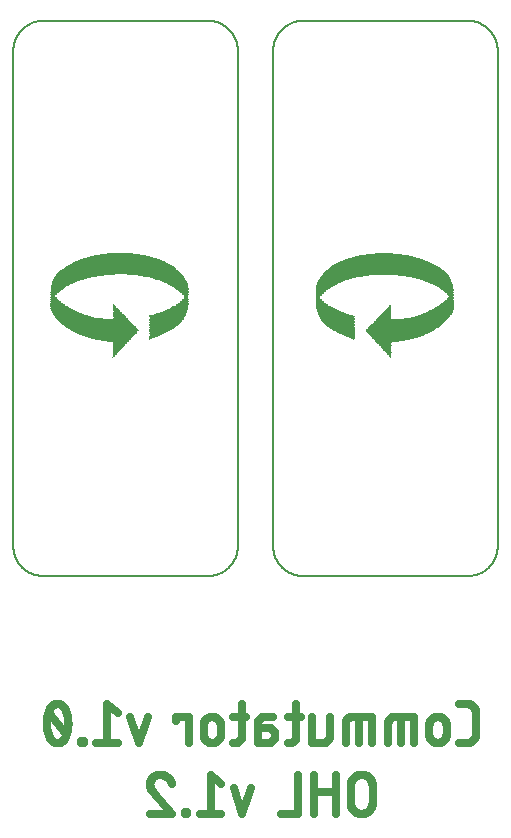
<source format=gbo>
G75*
%MOIN*%
%OFA0B0*%
%FSLAX25Y25*%
%IPPOS*%
%LPD*%
%AMOC8*
5,1,8,0,0,1.08239X$1,22.5*
%
%ADD10C,0.00787*%
%ADD11R,0.00100X0.00100*%
%ADD12R,0.00200X0.00100*%
%ADD13R,0.00300X0.00100*%
%ADD14R,0.00400X0.00100*%
%ADD15R,0.00500X0.00100*%
%ADD16R,0.00600X0.00100*%
%ADD17R,0.00700X0.00100*%
%ADD18R,0.00800X0.00100*%
%ADD19R,0.00900X0.00100*%
%ADD20R,0.01000X0.00100*%
%ADD21R,0.01100X0.00100*%
%ADD22R,0.01200X0.00100*%
%ADD23R,0.01300X0.00100*%
%ADD24R,0.01400X0.00100*%
%ADD25R,0.01500X0.00100*%
%ADD26R,0.01600X0.00100*%
%ADD27R,0.01700X0.00100*%
%ADD28R,0.01800X0.00100*%
%ADD29R,0.01900X0.00100*%
%ADD30R,0.02000X0.00100*%
%ADD31R,0.02100X0.00100*%
%ADD32R,0.02200X0.00100*%
%ADD33R,0.02300X0.00100*%
%ADD34R,0.02400X0.00100*%
%ADD35R,0.02500X0.00100*%
%ADD36R,0.02600X0.00100*%
%ADD37R,0.02700X0.00100*%
%ADD38R,0.02800X0.00100*%
%ADD39R,0.02900X0.00100*%
%ADD40R,0.03000X0.00100*%
%ADD41R,0.03100X0.00100*%
%ADD42R,0.03200X0.00100*%
%ADD43R,0.03300X0.00100*%
%ADD44R,0.03400X0.00100*%
%ADD45R,0.03500X0.00100*%
%ADD46R,0.03600X0.00100*%
%ADD47R,0.03700X0.00100*%
%ADD48R,0.03800X0.00100*%
%ADD49R,0.03900X0.00100*%
%ADD50R,0.04000X0.00100*%
%ADD51R,0.04100X0.00100*%
%ADD52R,0.04200X0.00100*%
%ADD53R,0.04300X0.00100*%
%ADD54R,0.04400X0.00100*%
%ADD55R,0.04500X0.00100*%
%ADD56R,0.04600X0.00100*%
%ADD57R,0.04700X0.00100*%
%ADD58R,0.04800X0.00100*%
%ADD59R,0.05400X0.00100*%
%ADD60R,0.06300X0.00100*%
%ADD61R,0.07100X0.00100*%
%ADD62R,0.07900X0.00100*%
%ADD63R,0.08600X0.00100*%
%ADD64R,0.09300X0.00100*%
%ADD65R,0.09900X0.00100*%
%ADD66R,0.10500X0.00100*%
%ADD67R,0.11200X0.00100*%
%ADD68R,0.11700X0.00100*%
%ADD69R,0.12300X0.00100*%
%ADD70R,0.12800X0.00100*%
%ADD71R,0.13300X0.00100*%
%ADD72R,0.13700X0.00100*%
%ADD73R,0.14200X0.00100*%
%ADD74R,0.14600X0.00100*%
%ADD75R,0.15100X0.00100*%
%ADD76R,0.15500X0.00100*%
%ADD77R,0.15900X0.00100*%
%ADD78R,0.16300X0.00100*%
%ADD79R,0.16600X0.00100*%
%ADD80R,0.16900X0.00100*%
%ADD81R,0.17300X0.00100*%
%ADD82R,0.17700X0.00100*%
%ADD83R,0.18000X0.00100*%
%ADD84R,0.18400X0.00100*%
%ADD85R,0.18700X0.00100*%
%ADD86R,0.19100X0.00100*%
%ADD87R,0.19400X0.00100*%
%ADD88R,0.19700X0.00100*%
%ADD89R,0.04900X0.00100*%
%ADD90R,0.20000X0.00100*%
%ADD91R,0.05100X0.00100*%
%ADD92R,0.20300X0.00100*%
%ADD93R,0.05300X0.00100*%
%ADD94R,0.20700X0.00100*%
%ADD95R,0.05500X0.00100*%
%ADD96R,0.21000X0.00100*%
%ADD97R,0.05700X0.00100*%
%ADD98R,0.21200X0.00100*%
%ADD99R,0.05900X0.00100*%
%ADD100R,0.21400X0.00100*%
%ADD101R,0.06100X0.00100*%
%ADD102R,0.21700X0.00100*%
%ADD103R,0.06200X0.00100*%
%ADD104R,0.22000X0.00100*%
%ADD105R,0.06400X0.00100*%
%ADD106R,0.22300X0.00100*%
%ADD107R,0.06600X0.00100*%
%ADD108R,0.22500X0.00100*%
%ADD109R,0.06800X0.00100*%
%ADD110R,0.22600X0.00100*%
%ADD111R,0.07000X0.00100*%
%ADD112R,0.22700X0.00100*%
%ADD113R,0.07300X0.00100*%
%ADD114R,0.22800X0.00100*%
%ADD115R,0.07500X0.00100*%
%ADD116R,0.07600X0.00100*%
%ADD117R,0.22900X0.00100*%
%ADD118R,0.07800X0.00100*%
%ADD119R,0.08000X0.00100*%
%ADD120R,0.23000X0.00100*%
%ADD121R,0.08100X0.00100*%
%ADD122R,0.08300X0.00100*%
%ADD123R,0.23100X0.00100*%
%ADD124R,0.08400X0.00100*%
%ADD125R,0.23200X0.00100*%
%ADD126R,0.08700X0.00100*%
%ADD127R,0.08800X0.00100*%
%ADD128R,0.09000X0.00100*%
%ADD129R,0.23300X0.00100*%
%ADD130R,0.09100X0.00100*%
%ADD131R,0.09200X0.00100*%
%ADD132R,0.09400X0.00100*%
%ADD133R,0.09500X0.00100*%
%ADD134R,0.23400X0.00100*%
%ADD135R,0.09600X0.00100*%
%ADD136R,0.09700X0.00100*%
%ADD137R,0.09800X0.00100*%
%ADD138R,0.10000X0.00100*%
%ADD139R,0.23500X0.00100*%
%ADD140R,0.10100X0.00100*%
%ADD141R,0.10200X0.00100*%
%ADD142R,0.10300X0.00100*%
%ADD143R,0.10400X0.00100*%
%ADD144R,0.23600X0.00100*%
%ADD145R,0.10600X0.00100*%
%ADD146R,0.10700X0.00100*%
%ADD147R,0.10800X0.00100*%
%ADD148R,0.10900X0.00100*%
%ADD149R,0.11000X0.00100*%
%ADD150R,0.11100X0.00100*%
%ADD151R,0.17200X0.00100*%
%ADD152R,0.11300X0.00100*%
%ADD153R,0.13900X0.00100*%
%ADD154R,0.13400X0.00100*%
%ADD155R,0.11400X0.00100*%
%ADD156R,0.13000X0.00100*%
%ADD157R,0.12600X0.00100*%
%ADD158R,0.11500X0.00100*%
%ADD159R,0.12200X0.00100*%
%ADD160R,0.11900X0.00100*%
%ADD161R,0.11600X0.00100*%
%ADD162R,0.08900X0.00100*%
%ADD163R,0.08500X0.00100*%
%ADD164R,0.08200X0.00100*%
%ADD165R,0.07400X0.00100*%
%ADD166R,0.07700X0.00100*%
%ADD167R,0.07200X0.00100*%
%ADD168R,0.06900X0.00100*%
%ADD169R,0.06700X0.00100*%
%ADD170R,0.06500X0.00100*%
%ADD171R,0.06000X0.00100*%
%ADD172R,0.05200X0.00100*%
%ADD173R,0.05000X0.00100*%
%ADD174R,0.05600X0.00100*%
%ADD175R,0.05800X0.00100*%
%ADD176R,0.12400X0.00100*%
%ADD177R,0.13200X0.00100*%
%ADD178R,0.13800X0.00100*%
%ADD179R,0.13100X0.00100*%
%ADD180R,0.14300X0.00100*%
%ADD181R,0.14900X0.00100*%
%ADD182R,0.15700X0.00100*%
%ADD183R,0.14800X0.00100*%
%ADD184R,0.15600X0.00100*%
%ADD185R,0.19500X0.00100*%
%ADD186R,0.18300X0.00100*%
%ADD187R,0.41300X0.00100*%
%ADD188R,0.41100X0.00100*%
%ADD189R,0.41000X0.00100*%
%ADD190R,0.40800X0.00100*%
%ADD191R,0.40600X0.00100*%
%ADD192R,0.40400X0.00100*%
%ADD193R,0.40200X0.00100*%
%ADD194R,0.40000X0.00100*%
%ADD195R,0.39700X0.00100*%
%ADD196R,0.39500X0.00100*%
%ADD197R,0.39300X0.00100*%
%ADD198R,0.39100X0.00100*%
%ADD199R,0.38900X0.00100*%
%ADD200R,0.38700X0.00100*%
%ADD201R,0.38300X0.00100*%
%ADD202R,0.38100X0.00100*%
%ADD203R,0.37900X0.00100*%
%ADD204R,0.37600X0.00100*%
%ADD205R,0.37400X0.00100*%
%ADD206R,0.37000X0.00100*%
%ADD207R,0.36800X0.00100*%
%ADD208R,0.36500X0.00100*%
%ADD209R,0.36200X0.00100*%
%ADD210R,0.35900X0.00100*%
%ADD211R,0.35700X0.00100*%
%ADD212R,0.35300X0.00100*%
%ADD213R,0.35000X0.00100*%
%ADD214R,0.34700X0.00100*%
%ADD215R,0.34400X0.00100*%
%ADD216R,0.34000X0.00100*%
%ADD217R,0.33600X0.00100*%
%ADD218R,0.33300X0.00100*%
%ADD219R,0.32900X0.00100*%
%ADD220R,0.32600X0.00100*%
%ADD221R,0.32200X0.00100*%
%ADD222R,0.31800X0.00100*%
%ADD223R,0.31500X0.00100*%
%ADD224R,0.31000X0.00100*%
%ADD225R,0.30600X0.00100*%
%ADD226R,0.30200X0.00100*%
%ADD227R,0.29800X0.00100*%
%ADD228R,0.29400X0.00100*%
%ADD229R,0.28900X0.00100*%
%ADD230R,0.28500X0.00100*%
%ADD231R,0.27900X0.00100*%
%ADD232R,0.27500X0.00100*%
%ADD233R,0.26900X0.00100*%
%ADD234R,0.26400X0.00100*%
%ADD235R,0.25900X0.00100*%
%ADD236R,0.25300X0.00100*%
%ADD237R,0.24700X0.00100*%
%ADD238R,0.24100X0.00100*%
%ADD239R,0.22200X0.00100*%
%ADD240R,0.20800X0.00100*%
%ADD241R,0.19200X0.00100*%
%ADD242R,0.17400X0.00100*%
%ADD243R,0.16400X0.00100*%
%ADD244R,0.15400X0.00100*%
%ADD245R,0.11800X0.00100*%
%ADD246C,0.02700*%
D10*
X0058480Y0135252D02*
X0113598Y0135252D01*
X0113598Y0135251D02*
X0113836Y0135254D01*
X0114074Y0135262D01*
X0114311Y0135277D01*
X0114548Y0135297D01*
X0114784Y0135323D01*
X0115020Y0135354D01*
X0115255Y0135391D01*
X0115489Y0135434D01*
X0115722Y0135483D01*
X0115954Y0135537D01*
X0116184Y0135597D01*
X0116413Y0135662D01*
X0116640Y0135733D01*
X0116865Y0135809D01*
X0117088Y0135891D01*
X0117310Y0135978D01*
X0117529Y0136070D01*
X0117746Y0136168D01*
X0117960Y0136270D01*
X0118172Y0136378D01*
X0118382Y0136492D01*
X0118588Y0136610D01*
X0118792Y0136733D01*
X0118992Y0136861D01*
X0119189Y0136993D01*
X0119384Y0137131D01*
X0119574Y0137273D01*
X0119762Y0137420D01*
X0119945Y0137571D01*
X0120125Y0137726D01*
X0120301Y0137886D01*
X0120473Y0138050D01*
X0120642Y0138219D01*
X0120806Y0138391D01*
X0120966Y0138567D01*
X0121121Y0138747D01*
X0121272Y0138930D01*
X0121419Y0139118D01*
X0121561Y0139308D01*
X0121699Y0139503D01*
X0121831Y0139700D01*
X0121959Y0139900D01*
X0122082Y0140104D01*
X0122200Y0140310D01*
X0122314Y0140520D01*
X0122422Y0140732D01*
X0122524Y0140946D01*
X0122622Y0141163D01*
X0122714Y0141382D01*
X0122801Y0141604D01*
X0122883Y0141827D01*
X0122959Y0142052D01*
X0123030Y0142279D01*
X0123095Y0142508D01*
X0123155Y0142738D01*
X0123209Y0142970D01*
X0123258Y0143203D01*
X0123301Y0143437D01*
X0123338Y0143672D01*
X0123369Y0143908D01*
X0123395Y0144144D01*
X0123415Y0144381D01*
X0123430Y0144618D01*
X0123438Y0144856D01*
X0123441Y0145094D01*
X0123441Y0310449D01*
X0123438Y0310687D01*
X0123430Y0310925D01*
X0123415Y0311162D01*
X0123395Y0311399D01*
X0123369Y0311635D01*
X0123338Y0311871D01*
X0123301Y0312106D01*
X0123258Y0312340D01*
X0123209Y0312573D01*
X0123155Y0312805D01*
X0123095Y0313035D01*
X0123030Y0313264D01*
X0122959Y0313491D01*
X0122883Y0313716D01*
X0122801Y0313939D01*
X0122714Y0314161D01*
X0122622Y0314380D01*
X0122524Y0314597D01*
X0122422Y0314811D01*
X0122314Y0315023D01*
X0122200Y0315233D01*
X0122082Y0315439D01*
X0121959Y0315643D01*
X0121831Y0315843D01*
X0121699Y0316040D01*
X0121561Y0316235D01*
X0121419Y0316425D01*
X0121272Y0316613D01*
X0121121Y0316796D01*
X0120966Y0316976D01*
X0120806Y0317152D01*
X0120642Y0317324D01*
X0120473Y0317493D01*
X0120301Y0317657D01*
X0120125Y0317817D01*
X0119945Y0317972D01*
X0119762Y0318123D01*
X0119574Y0318270D01*
X0119384Y0318412D01*
X0119189Y0318550D01*
X0118992Y0318682D01*
X0118792Y0318810D01*
X0118588Y0318933D01*
X0118382Y0319051D01*
X0118172Y0319165D01*
X0117960Y0319273D01*
X0117746Y0319375D01*
X0117529Y0319473D01*
X0117310Y0319565D01*
X0117088Y0319652D01*
X0116865Y0319734D01*
X0116640Y0319810D01*
X0116413Y0319881D01*
X0116184Y0319946D01*
X0115954Y0320006D01*
X0115722Y0320060D01*
X0115489Y0320109D01*
X0115255Y0320152D01*
X0115020Y0320189D01*
X0114784Y0320220D01*
X0114548Y0320246D01*
X0114311Y0320266D01*
X0114074Y0320281D01*
X0113836Y0320289D01*
X0113598Y0320292D01*
X0113598Y0320291D02*
X0058480Y0320291D01*
X0058480Y0320292D02*
X0058242Y0320289D01*
X0058004Y0320281D01*
X0057767Y0320266D01*
X0057530Y0320246D01*
X0057294Y0320220D01*
X0057058Y0320189D01*
X0056823Y0320152D01*
X0056589Y0320109D01*
X0056356Y0320060D01*
X0056124Y0320006D01*
X0055894Y0319946D01*
X0055665Y0319881D01*
X0055438Y0319810D01*
X0055213Y0319734D01*
X0054990Y0319652D01*
X0054768Y0319565D01*
X0054549Y0319473D01*
X0054332Y0319375D01*
X0054118Y0319273D01*
X0053906Y0319165D01*
X0053696Y0319051D01*
X0053490Y0318933D01*
X0053286Y0318810D01*
X0053086Y0318682D01*
X0052889Y0318550D01*
X0052694Y0318412D01*
X0052504Y0318270D01*
X0052316Y0318123D01*
X0052133Y0317972D01*
X0051953Y0317817D01*
X0051777Y0317657D01*
X0051605Y0317493D01*
X0051436Y0317324D01*
X0051272Y0317152D01*
X0051112Y0316976D01*
X0050957Y0316796D01*
X0050806Y0316613D01*
X0050659Y0316425D01*
X0050517Y0316235D01*
X0050379Y0316040D01*
X0050247Y0315843D01*
X0050119Y0315643D01*
X0049996Y0315439D01*
X0049878Y0315233D01*
X0049764Y0315023D01*
X0049656Y0314811D01*
X0049554Y0314597D01*
X0049456Y0314380D01*
X0049364Y0314161D01*
X0049277Y0313939D01*
X0049195Y0313716D01*
X0049119Y0313491D01*
X0049048Y0313264D01*
X0048983Y0313035D01*
X0048923Y0312805D01*
X0048869Y0312573D01*
X0048820Y0312340D01*
X0048777Y0312106D01*
X0048740Y0311871D01*
X0048709Y0311635D01*
X0048683Y0311399D01*
X0048663Y0311162D01*
X0048648Y0310925D01*
X0048640Y0310687D01*
X0048637Y0310449D01*
X0048638Y0310449D02*
X0048638Y0145094D01*
X0048637Y0145094D02*
X0048640Y0144856D01*
X0048648Y0144618D01*
X0048663Y0144381D01*
X0048683Y0144144D01*
X0048709Y0143908D01*
X0048740Y0143672D01*
X0048777Y0143437D01*
X0048820Y0143203D01*
X0048869Y0142970D01*
X0048923Y0142738D01*
X0048983Y0142508D01*
X0049048Y0142279D01*
X0049119Y0142052D01*
X0049195Y0141827D01*
X0049277Y0141604D01*
X0049364Y0141382D01*
X0049456Y0141163D01*
X0049554Y0140946D01*
X0049656Y0140732D01*
X0049764Y0140520D01*
X0049878Y0140310D01*
X0049996Y0140104D01*
X0050119Y0139900D01*
X0050247Y0139700D01*
X0050379Y0139503D01*
X0050517Y0139308D01*
X0050659Y0139118D01*
X0050806Y0138930D01*
X0050957Y0138747D01*
X0051112Y0138567D01*
X0051272Y0138391D01*
X0051436Y0138219D01*
X0051605Y0138050D01*
X0051777Y0137886D01*
X0051953Y0137726D01*
X0052133Y0137571D01*
X0052316Y0137420D01*
X0052504Y0137273D01*
X0052694Y0137131D01*
X0052889Y0136993D01*
X0053086Y0136861D01*
X0053286Y0136733D01*
X0053490Y0136610D01*
X0053696Y0136492D01*
X0053906Y0136378D01*
X0054118Y0136270D01*
X0054332Y0136168D01*
X0054549Y0136070D01*
X0054768Y0135978D01*
X0054990Y0135891D01*
X0055213Y0135809D01*
X0055438Y0135733D01*
X0055665Y0135662D01*
X0055894Y0135597D01*
X0056124Y0135537D01*
X0056356Y0135483D01*
X0056589Y0135434D01*
X0056823Y0135391D01*
X0057058Y0135354D01*
X0057294Y0135323D01*
X0057530Y0135297D01*
X0057767Y0135277D01*
X0058004Y0135262D01*
X0058242Y0135254D01*
X0058480Y0135251D01*
X0135252Y0145094D02*
X0135252Y0310449D01*
X0135251Y0310449D02*
X0135254Y0310687D01*
X0135262Y0310925D01*
X0135277Y0311162D01*
X0135297Y0311399D01*
X0135323Y0311635D01*
X0135354Y0311871D01*
X0135391Y0312106D01*
X0135434Y0312340D01*
X0135483Y0312573D01*
X0135537Y0312805D01*
X0135597Y0313035D01*
X0135662Y0313264D01*
X0135733Y0313491D01*
X0135809Y0313716D01*
X0135891Y0313939D01*
X0135978Y0314161D01*
X0136070Y0314380D01*
X0136168Y0314597D01*
X0136270Y0314811D01*
X0136378Y0315023D01*
X0136492Y0315233D01*
X0136610Y0315439D01*
X0136733Y0315643D01*
X0136861Y0315843D01*
X0136993Y0316040D01*
X0137131Y0316235D01*
X0137273Y0316425D01*
X0137420Y0316613D01*
X0137571Y0316796D01*
X0137726Y0316976D01*
X0137886Y0317152D01*
X0138050Y0317324D01*
X0138219Y0317493D01*
X0138391Y0317657D01*
X0138567Y0317817D01*
X0138747Y0317972D01*
X0138930Y0318123D01*
X0139118Y0318270D01*
X0139308Y0318412D01*
X0139503Y0318550D01*
X0139700Y0318682D01*
X0139900Y0318810D01*
X0140104Y0318933D01*
X0140310Y0319051D01*
X0140520Y0319165D01*
X0140732Y0319273D01*
X0140946Y0319375D01*
X0141163Y0319473D01*
X0141382Y0319565D01*
X0141604Y0319652D01*
X0141827Y0319734D01*
X0142052Y0319810D01*
X0142279Y0319881D01*
X0142508Y0319946D01*
X0142738Y0320006D01*
X0142970Y0320060D01*
X0143203Y0320109D01*
X0143437Y0320152D01*
X0143672Y0320189D01*
X0143908Y0320220D01*
X0144144Y0320246D01*
X0144381Y0320266D01*
X0144618Y0320281D01*
X0144856Y0320289D01*
X0145094Y0320292D01*
X0145094Y0320291D02*
X0200213Y0320291D01*
X0200213Y0320292D02*
X0200451Y0320289D01*
X0200689Y0320281D01*
X0200926Y0320266D01*
X0201163Y0320246D01*
X0201399Y0320220D01*
X0201635Y0320189D01*
X0201870Y0320152D01*
X0202104Y0320109D01*
X0202337Y0320060D01*
X0202569Y0320006D01*
X0202799Y0319946D01*
X0203028Y0319881D01*
X0203255Y0319810D01*
X0203480Y0319734D01*
X0203703Y0319652D01*
X0203925Y0319565D01*
X0204144Y0319473D01*
X0204361Y0319375D01*
X0204575Y0319273D01*
X0204787Y0319165D01*
X0204997Y0319051D01*
X0205203Y0318933D01*
X0205407Y0318810D01*
X0205607Y0318682D01*
X0205804Y0318550D01*
X0205999Y0318412D01*
X0206189Y0318270D01*
X0206377Y0318123D01*
X0206560Y0317972D01*
X0206740Y0317817D01*
X0206916Y0317657D01*
X0207088Y0317493D01*
X0207257Y0317324D01*
X0207421Y0317152D01*
X0207581Y0316976D01*
X0207736Y0316796D01*
X0207887Y0316613D01*
X0208034Y0316425D01*
X0208176Y0316235D01*
X0208314Y0316040D01*
X0208446Y0315843D01*
X0208574Y0315643D01*
X0208697Y0315439D01*
X0208815Y0315233D01*
X0208929Y0315023D01*
X0209037Y0314811D01*
X0209139Y0314597D01*
X0209237Y0314380D01*
X0209329Y0314161D01*
X0209416Y0313939D01*
X0209498Y0313716D01*
X0209574Y0313491D01*
X0209645Y0313264D01*
X0209710Y0313035D01*
X0209770Y0312805D01*
X0209824Y0312573D01*
X0209873Y0312340D01*
X0209916Y0312106D01*
X0209953Y0311871D01*
X0209984Y0311635D01*
X0210010Y0311399D01*
X0210030Y0311162D01*
X0210045Y0310925D01*
X0210053Y0310687D01*
X0210056Y0310449D01*
X0210055Y0310449D02*
X0210055Y0145094D01*
X0210056Y0145094D02*
X0210053Y0144856D01*
X0210045Y0144618D01*
X0210030Y0144381D01*
X0210010Y0144144D01*
X0209984Y0143908D01*
X0209953Y0143672D01*
X0209916Y0143437D01*
X0209873Y0143203D01*
X0209824Y0142970D01*
X0209770Y0142738D01*
X0209710Y0142508D01*
X0209645Y0142279D01*
X0209574Y0142052D01*
X0209498Y0141827D01*
X0209416Y0141604D01*
X0209329Y0141382D01*
X0209237Y0141163D01*
X0209139Y0140946D01*
X0209037Y0140732D01*
X0208929Y0140520D01*
X0208815Y0140310D01*
X0208697Y0140104D01*
X0208574Y0139900D01*
X0208446Y0139700D01*
X0208314Y0139503D01*
X0208176Y0139308D01*
X0208034Y0139118D01*
X0207887Y0138930D01*
X0207736Y0138747D01*
X0207581Y0138567D01*
X0207421Y0138391D01*
X0207257Y0138219D01*
X0207088Y0138050D01*
X0206916Y0137886D01*
X0206740Y0137726D01*
X0206560Y0137571D01*
X0206377Y0137420D01*
X0206189Y0137273D01*
X0205999Y0137131D01*
X0205804Y0136993D01*
X0205607Y0136861D01*
X0205407Y0136733D01*
X0205203Y0136610D01*
X0204997Y0136492D01*
X0204787Y0136378D01*
X0204575Y0136270D01*
X0204361Y0136168D01*
X0204144Y0136070D01*
X0203925Y0135978D01*
X0203703Y0135891D01*
X0203480Y0135809D01*
X0203255Y0135733D01*
X0203028Y0135662D01*
X0202799Y0135597D01*
X0202569Y0135537D01*
X0202337Y0135483D01*
X0202104Y0135434D01*
X0201870Y0135391D01*
X0201635Y0135354D01*
X0201399Y0135323D01*
X0201163Y0135297D01*
X0200926Y0135277D01*
X0200689Y0135262D01*
X0200451Y0135254D01*
X0200213Y0135251D01*
X0200213Y0135252D02*
X0145094Y0135252D01*
X0145094Y0135251D02*
X0144856Y0135254D01*
X0144618Y0135262D01*
X0144381Y0135277D01*
X0144144Y0135297D01*
X0143908Y0135323D01*
X0143672Y0135354D01*
X0143437Y0135391D01*
X0143203Y0135434D01*
X0142970Y0135483D01*
X0142738Y0135537D01*
X0142508Y0135597D01*
X0142279Y0135662D01*
X0142052Y0135733D01*
X0141827Y0135809D01*
X0141604Y0135891D01*
X0141382Y0135978D01*
X0141163Y0136070D01*
X0140946Y0136168D01*
X0140732Y0136270D01*
X0140520Y0136378D01*
X0140310Y0136492D01*
X0140104Y0136610D01*
X0139900Y0136733D01*
X0139700Y0136861D01*
X0139503Y0136993D01*
X0139308Y0137131D01*
X0139118Y0137273D01*
X0138930Y0137420D01*
X0138747Y0137571D01*
X0138567Y0137726D01*
X0138391Y0137886D01*
X0138219Y0138050D01*
X0138050Y0138219D01*
X0137886Y0138391D01*
X0137726Y0138567D01*
X0137571Y0138747D01*
X0137420Y0138930D01*
X0137273Y0139118D01*
X0137131Y0139308D01*
X0136993Y0139503D01*
X0136861Y0139700D01*
X0136733Y0139900D01*
X0136610Y0140104D01*
X0136492Y0140310D01*
X0136378Y0140520D01*
X0136270Y0140732D01*
X0136168Y0140946D01*
X0136070Y0141163D01*
X0135978Y0141382D01*
X0135891Y0141604D01*
X0135809Y0141827D01*
X0135733Y0142052D01*
X0135662Y0142279D01*
X0135597Y0142508D01*
X0135537Y0142738D01*
X0135483Y0142970D01*
X0135434Y0143203D01*
X0135391Y0143437D01*
X0135354Y0143672D01*
X0135323Y0143908D01*
X0135297Y0144144D01*
X0135277Y0144381D01*
X0135262Y0144618D01*
X0135254Y0144856D01*
X0135251Y0145094D01*
D11*
X0174501Y0207927D03*
X0162301Y0213927D03*
X0174401Y0225327D03*
X0094201Y0214027D03*
X0082001Y0208027D03*
X0082101Y0225427D03*
D12*
X0082151Y0225327D03*
X0082051Y0208127D03*
X0174451Y0208027D03*
X0174351Y0225227D03*
D13*
X0174301Y0225127D03*
X0162201Y0214027D03*
X0174401Y0208127D03*
X0094301Y0214127D03*
X0082101Y0208227D03*
X0082201Y0225227D03*
D14*
X0082251Y0225127D03*
X0082151Y0208327D03*
X0174351Y0208227D03*
X0174251Y0225027D03*
D15*
X0174201Y0224927D03*
X0174301Y0208327D03*
X0082201Y0208427D03*
X0082301Y0225027D03*
D16*
X0082351Y0224927D03*
X0094451Y0214227D03*
X0082251Y0208527D03*
X0162051Y0214127D03*
X0174251Y0208427D03*
X0174151Y0224827D03*
D17*
X0174101Y0224727D03*
X0174201Y0208527D03*
X0172201Y0242527D03*
X0084301Y0242627D03*
X0082401Y0224827D03*
X0082301Y0208627D03*
D18*
X0082351Y0208727D03*
X0082451Y0224727D03*
X0174051Y0224627D03*
X0174151Y0208627D03*
D19*
X0174101Y0208727D03*
X0174001Y0224427D03*
X0174001Y0224527D03*
X0161901Y0214227D03*
X0094601Y0214327D03*
X0082401Y0208827D03*
X0082501Y0224527D03*
X0082501Y0224627D03*
D20*
X0082551Y0224427D03*
X0082451Y0208927D03*
X0174051Y0208827D03*
X0173951Y0224327D03*
D21*
X0173901Y0224227D03*
X0174001Y0208927D03*
X0161801Y0214327D03*
X0094701Y0214427D03*
X0082501Y0209027D03*
X0082601Y0224327D03*
D22*
X0082651Y0224227D03*
X0082551Y0209227D03*
X0082551Y0209127D03*
X0106351Y0228027D03*
X0106351Y0228127D03*
X0106351Y0228227D03*
X0150151Y0228127D03*
X0150151Y0228027D03*
X0150151Y0227927D03*
X0173851Y0224127D03*
X0173951Y0209127D03*
X0173951Y0209027D03*
D23*
X0173901Y0209227D03*
X0173801Y0224027D03*
X0150201Y0227727D03*
X0150201Y0227827D03*
X0150201Y0228227D03*
X0106301Y0228327D03*
X0106301Y0227927D03*
X0106301Y0227827D03*
X0082701Y0224127D03*
X0082601Y0209327D03*
D24*
X0082651Y0209427D03*
X0094851Y0214527D03*
X0082751Y0224027D03*
X0061851Y0228127D03*
X0061851Y0228227D03*
X0061851Y0228327D03*
X0061851Y0228427D03*
X0106251Y0228427D03*
X0106251Y0227727D03*
X0150251Y0227627D03*
X0150251Y0228327D03*
X0161651Y0214427D03*
X0173851Y0209327D03*
X0173751Y0223927D03*
X0194651Y0228027D03*
X0194651Y0228127D03*
X0194651Y0228227D03*
X0194651Y0228327D03*
D25*
X0194601Y0228427D03*
X0194601Y0227927D03*
X0173701Y0223827D03*
X0173801Y0209427D03*
X0150301Y0227427D03*
X0150301Y0227527D03*
X0150301Y0228427D03*
X0106201Y0228527D03*
X0106201Y0227627D03*
X0106201Y0227527D03*
X0082801Y0223927D03*
X0082701Y0209527D03*
X0061901Y0228027D03*
X0061901Y0228527D03*
D26*
X0061951Y0228627D03*
X0061951Y0227927D03*
X0082851Y0223827D03*
X0082751Y0209627D03*
X0106151Y0227427D03*
X0106151Y0228627D03*
X0150351Y0228527D03*
X0150351Y0227327D03*
X0173651Y0223727D03*
X0173751Y0209527D03*
X0194551Y0227827D03*
X0194551Y0228527D03*
D27*
X0194501Y0228627D03*
X0194501Y0228727D03*
X0194501Y0227727D03*
X0173601Y0223627D03*
X0173701Y0209627D03*
X0161501Y0214527D03*
X0150401Y0227227D03*
X0150401Y0228627D03*
X0106101Y0228727D03*
X0106101Y0227327D03*
X0095001Y0214627D03*
X0082801Y0209727D03*
X0082901Y0223727D03*
X0062001Y0227827D03*
X0062001Y0228727D03*
X0062001Y0228827D03*
D28*
X0062051Y0228927D03*
X0062051Y0227727D03*
X0082951Y0223627D03*
X0082851Y0209827D03*
X0106051Y0227227D03*
X0106051Y0228827D03*
X0150451Y0228727D03*
X0150451Y0227127D03*
X0173551Y0223527D03*
X0173651Y0209727D03*
X0194451Y0227627D03*
X0194451Y0228827D03*
D29*
X0194401Y0228927D03*
X0194401Y0227527D03*
X0173501Y0223427D03*
X0173601Y0209827D03*
X0161401Y0214627D03*
X0150501Y0227027D03*
X0150501Y0228827D03*
X0106001Y0228927D03*
X0106001Y0227127D03*
X0095101Y0214727D03*
X0082901Y0209927D03*
X0083001Y0223527D03*
X0062101Y0227627D03*
X0062101Y0229027D03*
D30*
X0062151Y0229127D03*
X0062151Y0227527D03*
X0083051Y0223427D03*
X0082951Y0210027D03*
X0105951Y0227027D03*
X0105951Y0229027D03*
X0150551Y0228927D03*
X0150551Y0226927D03*
X0173451Y0223327D03*
X0173551Y0209927D03*
X0194351Y0227427D03*
X0194351Y0229027D03*
D31*
X0194301Y0229127D03*
X0194301Y0227327D03*
X0173401Y0223227D03*
X0173501Y0210027D03*
X0161301Y0214727D03*
X0150601Y0226827D03*
X0150601Y0229027D03*
X0105901Y0229127D03*
X0105901Y0226927D03*
X0095201Y0214827D03*
X0083001Y0210127D03*
X0083101Y0223327D03*
X0062201Y0227427D03*
X0062201Y0229227D03*
D32*
X0062251Y0229327D03*
X0062251Y0227327D03*
X0083151Y0223227D03*
X0083051Y0210227D03*
X0105851Y0226827D03*
X0105851Y0229227D03*
X0150651Y0229127D03*
X0150651Y0226727D03*
X0173351Y0223127D03*
X0173451Y0210127D03*
X0194251Y0227227D03*
X0194251Y0229227D03*
D33*
X0194201Y0229327D03*
X0194201Y0227127D03*
X0173301Y0223027D03*
X0173401Y0210227D03*
X0150701Y0226627D03*
X0150701Y0229227D03*
X0105801Y0229327D03*
X0105801Y0226727D03*
X0083201Y0223127D03*
X0083101Y0210327D03*
X0062301Y0227227D03*
X0062301Y0229427D03*
D34*
X0062351Y0229527D03*
X0062351Y0227127D03*
X0083251Y0223027D03*
X0083151Y0210427D03*
X0095351Y0214927D03*
X0105751Y0226627D03*
X0105751Y0229427D03*
X0150751Y0229327D03*
X0150751Y0226527D03*
X0161151Y0214827D03*
X0173351Y0210327D03*
X0173251Y0222927D03*
X0194151Y0227027D03*
X0194151Y0229427D03*
D35*
X0194101Y0229527D03*
X0194001Y0229627D03*
X0194101Y0226927D03*
X0173201Y0222827D03*
X0173301Y0210427D03*
X0150801Y0226427D03*
X0150801Y0229427D03*
X0105701Y0229527D03*
X0105701Y0226527D03*
X0083301Y0222927D03*
X0083201Y0210527D03*
X0062401Y0227027D03*
X0062401Y0229627D03*
X0062501Y0229727D03*
D36*
X0062451Y0226927D03*
X0083351Y0222827D03*
X0083251Y0210727D03*
X0083251Y0210627D03*
X0095451Y0215027D03*
X0105651Y0226427D03*
X0105651Y0229627D03*
X0150851Y0229527D03*
X0150851Y0226327D03*
X0161051Y0214927D03*
X0173251Y0210627D03*
X0173251Y0210527D03*
X0173151Y0222727D03*
X0194051Y0226827D03*
D37*
X0194001Y0226727D03*
X0193901Y0229727D03*
X0173101Y0222627D03*
X0173201Y0210727D03*
X0150901Y0226227D03*
X0150901Y0229627D03*
X0105601Y0229727D03*
X0105601Y0226327D03*
X0083401Y0222727D03*
X0083301Y0210827D03*
X0062601Y0229827D03*
X0062501Y0226827D03*
D38*
X0062651Y0229927D03*
X0083451Y0222627D03*
X0083351Y0210927D03*
X0105551Y0226227D03*
X0105551Y0229827D03*
X0150951Y0229727D03*
X0150951Y0226127D03*
X0173051Y0222527D03*
X0173151Y0210827D03*
X0193851Y0229827D03*
D39*
X0193801Y0229927D03*
X0193901Y0226627D03*
X0173101Y0210927D03*
X0173001Y0222427D03*
X0160901Y0215027D03*
X0151001Y0226027D03*
X0105501Y0226127D03*
X0095601Y0215127D03*
X0083401Y0211027D03*
X0083501Y0222527D03*
X0062601Y0226727D03*
X0062701Y0230027D03*
D40*
X0062751Y0230127D03*
X0062651Y0226627D03*
X0083551Y0222427D03*
X0083451Y0211127D03*
X0105451Y0229927D03*
X0151051Y0229827D03*
X0172951Y0222327D03*
X0173051Y0211027D03*
X0193851Y0226527D03*
X0193751Y0230027D03*
D41*
X0193701Y0230127D03*
X0193801Y0226427D03*
X0172901Y0222227D03*
X0173001Y0211127D03*
X0160801Y0215127D03*
X0151101Y0225927D03*
X0151101Y0229927D03*
X0105401Y0230027D03*
X0105401Y0226027D03*
X0095701Y0215227D03*
X0083501Y0211227D03*
X0083601Y0222327D03*
X0062701Y0226527D03*
X0062801Y0230227D03*
D42*
X0062751Y0226427D03*
X0083651Y0222227D03*
X0083551Y0211327D03*
X0105351Y0225927D03*
X0105351Y0230127D03*
X0151151Y0230027D03*
X0151151Y0225827D03*
X0172851Y0222127D03*
X0172951Y0211227D03*
X0193751Y0226327D03*
D43*
X0193701Y0226227D03*
X0193601Y0230227D03*
X0172801Y0222027D03*
X0172901Y0211327D03*
X0160701Y0215227D03*
X0151201Y0225727D03*
X0151201Y0230127D03*
X0105301Y0230227D03*
X0105301Y0225827D03*
X0095801Y0215327D03*
X0083601Y0211427D03*
X0083701Y0222127D03*
X0062801Y0226327D03*
X0062901Y0230327D03*
D44*
X0062951Y0230427D03*
X0083751Y0222027D03*
X0083651Y0211527D03*
X0172851Y0211427D03*
X0172751Y0221927D03*
X0193551Y0230327D03*
D45*
X0193501Y0230427D03*
X0193601Y0226127D03*
X0172701Y0221827D03*
X0172801Y0211527D03*
X0151301Y0225627D03*
X0151301Y0230227D03*
X0105201Y0230327D03*
X0105201Y0225727D03*
X0083801Y0221927D03*
X0083701Y0211627D03*
X0062901Y0226227D03*
X0063001Y0230527D03*
D46*
X0062951Y0226127D03*
X0083851Y0221827D03*
X0083751Y0211727D03*
X0095951Y0215427D03*
X0105151Y0225627D03*
X0105151Y0230427D03*
X0151351Y0230327D03*
X0151351Y0225527D03*
X0160551Y0215327D03*
X0172751Y0211627D03*
X0172651Y0221727D03*
X0193551Y0226027D03*
D47*
X0193501Y0225927D03*
X0193401Y0230527D03*
X0172601Y0221627D03*
X0172701Y0211727D03*
X0151401Y0225427D03*
X0151401Y0230427D03*
X0105101Y0230527D03*
X0105101Y0225527D03*
X0083901Y0221727D03*
X0083801Y0211827D03*
X0063001Y0226027D03*
X0063101Y0230627D03*
D48*
X0063151Y0230727D03*
X0083951Y0221627D03*
X0083851Y0211927D03*
X0096051Y0215527D03*
X0160451Y0215427D03*
X0172651Y0211827D03*
X0172551Y0221527D03*
X0193351Y0230627D03*
D49*
X0193401Y0225827D03*
X0172501Y0221427D03*
X0172601Y0212027D03*
X0172601Y0211927D03*
X0151501Y0225327D03*
X0151501Y0230527D03*
X0105001Y0230627D03*
X0105001Y0225427D03*
X0084001Y0221527D03*
X0083901Y0212127D03*
X0083901Y0212027D03*
X0063101Y0225927D03*
D50*
X0063151Y0225827D03*
X0063251Y0230827D03*
X0063351Y0230927D03*
X0084051Y0221427D03*
X0083951Y0212227D03*
X0096151Y0215627D03*
X0104951Y0230727D03*
X0151551Y0230627D03*
X0160351Y0215527D03*
X0172551Y0212127D03*
X0172451Y0221327D03*
X0193351Y0225727D03*
X0193251Y0230727D03*
X0193151Y0230827D03*
D51*
X0193101Y0230927D03*
X0193301Y0225627D03*
X0172401Y0221227D03*
X0172501Y0212227D03*
X0151601Y0225227D03*
X0151601Y0230727D03*
X0104901Y0230827D03*
X0104901Y0225327D03*
X0084101Y0221327D03*
X0084001Y0212327D03*
X0063201Y0225727D03*
X0063401Y0231027D03*
D52*
X0084151Y0221227D03*
X0084051Y0212427D03*
X0096251Y0215727D03*
X0104851Y0225227D03*
X0151651Y0225127D03*
X0160251Y0215627D03*
X0172451Y0212327D03*
X0172351Y0221127D03*
D53*
X0172301Y0221027D03*
X0172401Y0212427D03*
X0151801Y0225027D03*
X0151701Y0230827D03*
X0193001Y0231027D03*
X0193201Y0225527D03*
X0104701Y0225127D03*
X0104801Y0230927D03*
X0084201Y0221127D03*
X0084101Y0212527D03*
X0063301Y0225627D03*
X0063501Y0231127D03*
D54*
X0063351Y0225527D03*
X0084251Y0221027D03*
X0084151Y0212627D03*
X0096351Y0215827D03*
X0104751Y0231027D03*
X0151751Y0230927D03*
X0160151Y0215727D03*
X0172351Y0212527D03*
X0172251Y0220927D03*
X0193151Y0225427D03*
D55*
X0192901Y0231127D03*
X0172201Y0220827D03*
X0172301Y0212627D03*
X0151901Y0224927D03*
X0104601Y0225027D03*
X0084301Y0220927D03*
X0084201Y0212727D03*
X0063601Y0231227D03*
D56*
X0063651Y0231327D03*
X0063451Y0225427D03*
X0084351Y0220827D03*
X0084251Y0212827D03*
X0096451Y0215927D03*
X0104551Y0224927D03*
X0104651Y0231127D03*
X0104551Y0231227D03*
X0151851Y0231027D03*
X0151951Y0231127D03*
X0151951Y0224827D03*
X0160051Y0215827D03*
X0172251Y0212727D03*
X0172151Y0220727D03*
X0193051Y0225327D03*
X0192851Y0231227D03*
D57*
X0193001Y0225227D03*
X0172101Y0220627D03*
X0172201Y0212827D03*
X0084301Y0212927D03*
X0084401Y0220727D03*
X0063501Y0225327D03*
D58*
X0063751Y0231427D03*
X0084351Y0213027D03*
X0104451Y0224827D03*
X0104451Y0231327D03*
X0152051Y0231227D03*
X0152051Y0224727D03*
X0172151Y0212927D03*
X0192751Y0231327D03*
D59*
X0192351Y0231727D03*
X0192651Y0224827D03*
X0172351Y0220527D03*
X0172351Y0213027D03*
X0084151Y0213127D03*
X0084151Y0220627D03*
X0063851Y0224927D03*
X0064151Y0231827D03*
D60*
X0083801Y0213227D03*
X0172701Y0213127D03*
D61*
X0173001Y0213227D03*
X0158801Y0217127D03*
X0191201Y0232727D03*
X0191801Y0223827D03*
X0097701Y0217227D03*
X0083501Y0213327D03*
X0064701Y0223927D03*
X0065301Y0232827D03*
D62*
X0065301Y0223427D03*
X0083201Y0213427D03*
X0102301Y0233227D03*
X0154201Y0233127D03*
X0173301Y0213327D03*
X0191201Y0223327D03*
D63*
X0190551Y0222827D03*
X0173551Y0213427D03*
X0158051Y0218027D03*
X0098451Y0218127D03*
X0082951Y0213527D03*
X0065951Y0222927D03*
D64*
X0066501Y0222527D03*
X0082601Y0213627D03*
X0173901Y0213527D03*
X0190001Y0222427D03*
D65*
X0189501Y0222127D03*
X0174101Y0213627D03*
X0082401Y0213727D03*
X0067001Y0222227D03*
D66*
X0067501Y0221927D03*
X0082201Y0213827D03*
X0099401Y0219727D03*
X0100801Y0222127D03*
X0100401Y0234327D03*
X0156101Y0234227D03*
X0155701Y0222027D03*
X0157101Y0219627D03*
X0174301Y0213727D03*
X0189001Y0221827D03*
D67*
X0174551Y0213827D03*
X0156751Y0220527D03*
X0156751Y0220627D03*
X0099751Y0220627D03*
X0099751Y0220727D03*
X0081951Y0213927D03*
D68*
X0081801Y0214027D03*
X0100001Y0221627D03*
X0100001Y0221727D03*
X0156501Y0221627D03*
X0156501Y0221527D03*
X0174701Y0213927D03*
D69*
X0174901Y0214027D03*
X0157301Y0234727D03*
X0099201Y0234827D03*
X0081601Y0214127D03*
D70*
X0081451Y0214227D03*
X0069051Y0234827D03*
X0175051Y0214127D03*
X0187451Y0234727D03*
D71*
X0175201Y0214227D03*
X0081301Y0214327D03*
D72*
X0081201Y0214427D03*
X0098301Y0235127D03*
X0158201Y0235027D03*
X0175301Y0214327D03*
D73*
X0175451Y0214427D03*
X0158551Y0235127D03*
X0097951Y0235227D03*
X0081051Y0214527D03*
D74*
X0080951Y0214627D03*
X0070451Y0220827D03*
X0175551Y0214527D03*
X0186051Y0220727D03*
D75*
X0175701Y0214627D03*
X0080801Y0214727D03*
D76*
X0080701Y0214827D03*
X0070901Y0220727D03*
X0175801Y0214727D03*
X0185601Y0220627D03*
D77*
X0175901Y0214827D03*
X0080601Y0214927D03*
D78*
X0080501Y0215027D03*
X0176001Y0214927D03*
D79*
X0176151Y0215027D03*
X0185151Y0235327D03*
X0160051Y0235427D03*
X0096451Y0235527D03*
X0080351Y0215127D03*
X0071351Y0235427D03*
D80*
X0080301Y0215227D03*
X0176201Y0215127D03*
D81*
X0176301Y0215227D03*
X0080201Y0215327D03*
D82*
X0080101Y0215427D03*
X0072001Y0235527D03*
X0176401Y0215327D03*
X0184501Y0235427D03*
D83*
X0176451Y0215427D03*
X0080051Y0215527D03*
D84*
X0079951Y0215627D03*
X0176551Y0215527D03*
D85*
X0176601Y0215627D03*
X0079901Y0215727D03*
D86*
X0079801Y0215827D03*
X0176701Y0215727D03*
D87*
X0176751Y0215827D03*
X0079751Y0215927D03*
D88*
X0079701Y0216027D03*
X0176801Y0215927D03*
D89*
X0192901Y0225127D03*
X0192601Y0231427D03*
X0159901Y0215927D03*
X0096601Y0216027D03*
X0063601Y0225227D03*
X0063901Y0231527D03*
D90*
X0079651Y0216127D03*
X0084351Y0241427D03*
X0172151Y0241327D03*
X0176851Y0216027D03*
D91*
X0159801Y0216027D03*
X0152201Y0231427D03*
X0104301Y0231527D03*
X0096701Y0216127D03*
D92*
X0079601Y0216227D03*
X0176901Y0216127D03*
D93*
X0159701Y0216127D03*
X0152401Y0224427D03*
X0152301Y0231527D03*
X0104201Y0231627D03*
X0104101Y0224527D03*
X0096801Y0216227D03*
D94*
X0079501Y0216327D03*
X0177001Y0216227D03*
D95*
X0192601Y0224727D03*
X0159601Y0216227D03*
X0152501Y0224327D03*
X0152401Y0231627D03*
X0152501Y0231727D03*
X0104101Y0231727D03*
X0104001Y0231827D03*
X0104001Y0224427D03*
X0096901Y0216327D03*
X0063901Y0224827D03*
D96*
X0079451Y0216427D03*
X0177051Y0216327D03*
D97*
X0192501Y0224627D03*
X0192201Y0231927D03*
X0159501Y0216327D03*
X0152601Y0224227D03*
X0152601Y0231827D03*
X0103901Y0231927D03*
X0103901Y0224327D03*
X0097001Y0216427D03*
X0064001Y0224727D03*
X0064301Y0232027D03*
D98*
X0079351Y0216527D03*
X0177151Y0216427D03*
D99*
X0192401Y0224527D03*
X0159401Y0216427D03*
X0152701Y0224127D03*
X0152701Y0231927D03*
X0103801Y0232027D03*
X0103801Y0224227D03*
X0097101Y0216527D03*
X0064101Y0224627D03*
D100*
X0079351Y0216627D03*
X0084351Y0241227D03*
X0172151Y0241127D03*
X0177151Y0216527D03*
D101*
X0159301Y0216527D03*
X0152801Y0224027D03*
X0152801Y0232027D03*
X0103701Y0232127D03*
X0103701Y0224127D03*
X0097201Y0216627D03*
D102*
X0079301Y0216727D03*
X0177201Y0216627D03*
D103*
X0192251Y0224327D03*
X0191851Y0232227D03*
X0159251Y0216627D03*
X0152951Y0223927D03*
X0152951Y0232127D03*
X0103551Y0232227D03*
X0103551Y0224027D03*
X0097251Y0216727D03*
X0064251Y0224427D03*
X0064651Y0232327D03*
D104*
X0079251Y0216827D03*
X0177251Y0216727D03*
D105*
X0192151Y0224227D03*
X0191751Y0232327D03*
X0159151Y0216727D03*
X0153051Y0223827D03*
X0153051Y0232227D03*
X0103451Y0232327D03*
X0103451Y0223927D03*
X0097351Y0216827D03*
X0064351Y0224327D03*
X0064751Y0232427D03*
D106*
X0079201Y0216927D03*
X0177301Y0216827D03*
D107*
X0159051Y0216827D03*
X0153151Y0223727D03*
X0153251Y0232427D03*
X0103251Y0232527D03*
X0103351Y0223827D03*
X0097451Y0216927D03*
D108*
X0079101Y0217027D03*
X0177401Y0216927D03*
D109*
X0191451Y0232527D03*
X0158951Y0216927D03*
X0153251Y0223627D03*
X0153351Y0232527D03*
X0103151Y0232627D03*
X0103251Y0223727D03*
X0097551Y0217027D03*
X0065051Y0232627D03*
D110*
X0078851Y0217227D03*
X0078951Y0217127D03*
X0177551Y0217027D03*
X0177651Y0217127D03*
D111*
X0191351Y0232627D03*
X0158851Y0217027D03*
X0153451Y0223527D03*
X0153451Y0232627D03*
X0103051Y0232727D03*
X0103051Y0223627D03*
X0097651Y0217127D03*
X0065151Y0232727D03*
D112*
X0078701Y0217327D03*
X0177801Y0217227D03*
D113*
X0191101Y0232827D03*
X0191701Y0223727D03*
X0158701Y0217227D03*
X0097801Y0217327D03*
X0064801Y0223827D03*
X0065401Y0232927D03*
D114*
X0078451Y0217527D03*
X0078551Y0217427D03*
X0084351Y0241027D03*
X0172151Y0240927D03*
X0178051Y0217427D03*
X0177951Y0217327D03*
D115*
X0158601Y0217327D03*
X0153901Y0232927D03*
X0102601Y0233027D03*
X0097901Y0217427D03*
D116*
X0097951Y0217527D03*
X0102651Y0223327D03*
X0065051Y0223627D03*
X0065551Y0233027D03*
X0153851Y0223227D03*
X0158551Y0217427D03*
X0190951Y0232927D03*
X0191451Y0223527D03*
D117*
X0178301Y0217627D03*
X0178201Y0217527D03*
X0078301Y0217627D03*
X0078201Y0217727D03*
D118*
X0065651Y0233127D03*
X0098051Y0217627D03*
X0102551Y0223227D03*
X0153951Y0223127D03*
X0158451Y0217527D03*
X0190851Y0233027D03*
D119*
X0190651Y0233127D03*
X0191051Y0223227D03*
X0158351Y0217627D03*
X0098151Y0217727D03*
X0065451Y0223327D03*
X0065851Y0233227D03*
D120*
X0077951Y0217927D03*
X0078051Y0217827D03*
X0178451Y0217727D03*
X0178551Y0217827D03*
D121*
X0158301Y0217727D03*
X0154101Y0223027D03*
X0154301Y0233227D03*
X0102201Y0233327D03*
X0102401Y0223127D03*
X0098201Y0217827D03*
D122*
X0098301Y0217927D03*
X0102001Y0233427D03*
X0065701Y0223127D03*
X0154501Y0233327D03*
X0158201Y0217827D03*
X0190801Y0223027D03*
D123*
X0178801Y0218027D03*
X0178701Y0217927D03*
X0077801Y0218027D03*
X0077701Y0218127D03*
D124*
X0066151Y0233427D03*
X0084351Y0242427D03*
X0098351Y0218027D03*
X0158151Y0217927D03*
X0172151Y0242327D03*
X0190351Y0233327D03*
D125*
X0179151Y0218327D03*
X0179051Y0218227D03*
X0178951Y0218127D03*
X0077551Y0218227D03*
X0077451Y0218327D03*
X0077351Y0218427D03*
D126*
X0066301Y0233527D03*
X0098501Y0218227D03*
X0101701Y0233627D03*
X0154801Y0233527D03*
X0158001Y0218127D03*
X0190201Y0233427D03*
D127*
X0190451Y0222727D03*
X0157951Y0218227D03*
X0154551Y0222727D03*
X0101951Y0222827D03*
X0098551Y0218327D03*
X0066051Y0222827D03*
D128*
X0066251Y0222727D03*
X0098651Y0218427D03*
X0101551Y0233727D03*
X0154951Y0233627D03*
X0157851Y0218327D03*
X0190251Y0222627D03*
D129*
X0179601Y0218727D03*
X0179501Y0218627D03*
X0179401Y0218527D03*
X0179301Y0218427D03*
X0077201Y0218527D03*
X0077101Y0218627D03*
X0077001Y0218727D03*
X0076901Y0218827D03*
D130*
X0066401Y0222627D03*
X0066601Y0233727D03*
X0098701Y0218527D03*
X0157801Y0218427D03*
X0190101Y0222527D03*
X0189901Y0233627D03*
D131*
X0155151Y0233727D03*
X0154851Y0222527D03*
X0157751Y0218527D03*
X0101651Y0222627D03*
X0098751Y0218627D03*
X0101351Y0233827D03*
D132*
X0098851Y0218727D03*
X0066751Y0233827D03*
X0157651Y0218627D03*
X0189751Y0233727D03*
D133*
X0189801Y0222327D03*
X0157601Y0218727D03*
X0155001Y0222427D03*
X0155301Y0233827D03*
X0101201Y0233927D03*
X0101501Y0222527D03*
X0098901Y0218827D03*
X0066701Y0222427D03*
D134*
X0076451Y0219227D03*
X0076551Y0219127D03*
X0076651Y0219027D03*
X0076751Y0218927D03*
X0179751Y0218827D03*
X0179851Y0218927D03*
X0179951Y0219027D03*
X0180051Y0219127D03*
D135*
X0157551Y0218827D03*
X0098951Y0218927D03*
D136*
X0099001Y0219027D03*
X0101301Y0222427D03*
X0101001Y0234027D03*
X0067001Y0233927D03*
X0066801Y0222327D03*
X0155201Y0222327D03*
X0157501Y0218927D03*
X0155501Y0233927D03*
X0189501Y0233827D03*
X0189701Y0222227D03*
D137*
X0157451Y0219027D03*
X0099051Y0219127D03*
D138*
X0099151Y0219227D03*
X0101151Y0222327D03*
X0100851Y0234127D03*
X0067151Y0234027D03*
X0155651Y0234027D03*
X0155351Y0222227D03*
X0157351Y0219127D03*
X0189351Y0233927D03*
D139*
X0180501Y0219527D03*
X0180401Y0219427D03*
X0180301Y0219327D03*
X0180201Y0219227D03*
X0172201Y0240827D03*
X0084301Y0240927D03*
X0076001Y0219627D03*
X0076101Y0219527D03*
X0076201Y0219427D03*
X0076301Y0219327D03*
D140*
X0067201Y0222127D03*
X0099201Y0219327D03*
X0157301Y0219227D03*
X0189301Y0222027D03*
D141*
X0189151Y0234027D03*
X0172151Y0242227D03*
X0155851Y0234127D03*
X0155551Y0222127D03*
X0157251Y0219327D03*
X0100951Y0222227D03*
X0099251Y0219427D03*
X0100651Y0234227D03*
X0084351Y0242327D03*
X0067351Y0234127D03*
D142*
X0067301Y0222027D03*
X0099301Y0219527D03*
X0157201Y0219427D03*
X0189201Y0221927D03*
D143*
X0157151Y0219527D03*
X0099351Y0219627D03*
D144*
X0075951Y0219727D03*
X0075851Y0219827D03*
X0075751Y0219927D03*
X0075651Y0220027D03*
X0075551Y0220127D03*
X0075451Y0220227D03*
X0075351Y0220327D03*
X0075251Y0220427D03*
X0075151Y0220527D03*
X0180551Y0219627D03*
X0180651Y0219727D03*
X0180751Y0219827D03*
X0180851Y0219927D03*
X0180951Y0220027D03*
X0181051Y0220127D03*
X0181151Y0220227D03*
X0181251Y0220327D03*
X0181351Y0220427D03*
D145*
X0188951Y0234127D03*
X0157051Y0219727D03*
X0099451Y0219827D03*
X0067551Y0234227D03*
D146*
X0099501Y0220027D03*
X0099501Y0219927D03*
X0157001Y0219927D03*
X0157001Y0219827D03*
D147*
X0156951Y0220027D03*
X0155851Y0221927D03*
X0188751Y0221727D03*
X0100651Y0222027D03*
X0099551Y0220127D03*
X0067751Y0221827D03*
D148*
X0067801Y0234327D03*
X0100201Y0234427D03*
X0099601Y0220227D03*
X0156901Y0220127D03*
X0156301Y0234327D03*
X0188701Y0234227D03*
D149*
X0156851Y0220327D03*
X0156851Y0220227D03*
X0099651Y0220327D03*
X0099651Y0220427D03*
D150*
X0099701Y0220527D03*
X0100401Y0221927D03*
X0100001Y0234527D03*
X0067901Y0221727D03*
X0156101Y0221827D03*
X0156801Y0220427D03*
X0156501Y0234427D03*
X0188601Y0221627D03*
D151*
X0184651Y0220527D03*
X0071851Y0220627D03*
D152*
X0068101Y0221627D03*
X0068001Y0234427D03*
X0099801Y0220927D03*
X0099801Y0220827D03*
X0156701Y0220827D03*
X0156701Y0220727D03*
X0188401Y0221527D03*
X0188501Y0234327D03*
D153*
X0186501Y0220827D03*
X0070001Y0220927D03*
D154*
X0069651Y0221027D03*
X0186851Y0220927D03*
D155*
X0156651Y0220927D03*
X0156651Y0221027D03*
X0156251Y0221727D03*
X0100251Y0221827D03*
X0099851Y0221127D03*
X0099851Y0221027D03*
D156*
X0069351Y0221127D03*
X0187151Y0221027D03*
D157*
X0187451Y0221127D03*
X0157551Y0234827D03*
X0098951Y0234927D03*
X0069051Y0221227D03*
D158*
X0099901Y0221227D03*
X0099901Y0221327D03*
X0099701Y0234627D03*
X0156801Y0234527D03*
X0156601Y0221227D03*
X0156601Y0221127D03*
D159*
X0187651Y0221227D03*
X0068851Y0221327D03*
D160*
X0068601Y0221427D03*
X0068501Y0234627D03*
X0099501Y0234727D03*
X0157001Y0234627D03*
X0188001Y0234527D03*
X0187901Y0221327D03*
D161*
X0188151Y0221427D03*
X0188251Y0234427D03*
X0156551Y0221427D03*
X0156551Y0221327D03*
X0099951Y0221427D03*
X0099951Y0221527D03*
X0068351Y0221527D03*
X0068251Y0234527D03*
D162*
X0066401Y0233627D03*
X0101801Y0222727D03*
X0154701Y0222627D03*
X0190101Y0233527D03*
D163*
X0190701Y0222927D03*
X0154401Y0222827D03*
X0154601Y0233427D03*
X0101901Y0233527D03*
X0102101Y0222927D03*
X0065801Y0223027D03*
D164*
X0065551Y0223227D03*
X0065951Y0233327D03*
X0102251Y0223027D03*
X0154251Y0222927D03*
X0190951Y0223127D03*
X0190551Y0233227D03*
D165*
X0191551Y0223627D03*
X0153651Y0223327D03*
X0153751Y0232827D03*
X0102751Y0232927D03*
X0102851Y0223427D03*
X0064951Y0223727D03*
D166*
X0065201Y0223527D03*
X0102501Y0233127D03*
X0154001Y0233027D03*
X0191301Y0223427D03*
D167*
X0153551Y0223427D03*
X0153651Y0232727D03*
X0102851Y0232827D03*
X0102951Y0223527D03*
D168*
X0064601Y0224027D03*
X0191901Y0223927D03*
D169*
X0192001Y0224027D03*
X0064501Y0224127D03*
D170*
X0064401Y0224227D03*
X0064901Y0232527D03*
X0103401Y0232427D03*
X0153101Y0232327D03*
X0191601Y0232427D03*
X0192101Y0224127D03*
D171*
X0192351Y0224427D03*
X0191951Y0232127D03*
X0172151Y0242427D03*
X0084351Y0242527D03*
X0064551Y0232227D03*
X0064151Y0224527D03*
D172*
X0063751Y0225027D03*
X0064051Y0231727D03*
X0104251Y0224627D03*
X0152251Y0224527D03*
X0192751Y0224927D03*
X0192451Y0231627D03*
D173*
X0192551Y0231527D03*
X0192851Y0225027D03*
X0152151Y0224627D03*
X0152151Y0231327D03*
X0104351Y0231427D03*
X0104351Y0224727D03*
X0063651Y0225127D03*
X0063951Y0231627D03*
D174*
X0064251Y0231927D03*
X0192251Y0231827D03*
D175*
X0192051Y0232027D03*
X0064451Y0232127D03*
D176*
X0068751Y0234727D03*
X0187751Y0234627D03*
D177*
X0187151Y0234827D03*
X0172151Y0242027D03*
X0084351Y0242127D03*
X0069351Y0234927D03*
D178*
X0069651Y0235027D03*
X0186851Y0234927D03*
D179*
X0157901Y0234927D03*
X0098601Y0235027D03*
D180*
X0084301Y0242027D03*
X0070001Y0235127D03*
X0172201Y0241927D03*
X0186501Y0235027D03*
D181*
X0186101Y0235127D03*
X0070401Y0235227D03*
D182*
X0070801Y0235327D03*
X0185701Y0235227D03*
D183*
X0158951Y0235227D03*
X0097551Y0235327D03*
D184*
X0097051Y0235427D03*
X0159451Y0235327D03*
D185*
X0183501Y0235527D03*
X0073001Y0235627D03*
D186*
X0084301Y0241627D03*
X0095501Y0235627D03*
X0161001Y0235527D03*
X0172201Y0241527D03*
D187*
X0172501Y0235627D03*
X0084001Y0235727D03*
D188*
X0084001Y0235827D03*
X0172501Y0235727D03*
D189*
X0172551Y0235827D03*
X0083951Y0235927D03*
D190*
X0083951Y0236027D03*
X0172551Y0235927D03*
D191*
X0172551Y0236027D03*
X0083951Y0236127D03*
D192*
X0083951Y0236227D03*
X0172551Y0236127D03*
D193*
X0172551Y0236227D03*
X0083951Y0236327D03*
D194*
X0083951Y0236427D03*
X0172551Y0236327D03*
D195*
X0172501Y0236427D03*
X0084001Y0236527D03*
D196*
X0084001Y0236627D03*
X0172501Y0236527D03*
D197*
X0172501Y0236627D03*
X0084001Y0236727D03*
D198*
X0084001Y0236827D03*
X0172501Y0236727D03*
D199*
X0172501Y0236827D03*
X0084001Y0236927D03*
D200*
X0084001Y0237027D03*
X0172501Y0236927D03*
D201*
X0172501Y0237027D03*
X0084001Y0237127D03*
D202*
X0084001Y0237227D03*
X0172501Y0237127D03*
D203*
X0172501Y0237227D03*
X0084001Y0237327D03*
D204*
X0084051Y0237427D03*
X0172451Y0237327D03*
D205*
X0172451Y0237427D03*
X0084051Y0237527D03*
D206*
X0084051Y0237627D03*
X0172451Y0237527D03*
D207*
X0172451Y0237627D03*
X0084051Y0237727D03*
D208*
X0084101Y0237827D03*
X0172401Y0237727D03*
D209*
X0172451Y0237827D03*
X0084051Y0237927D03*
D210*
X0084101Y0238027D03*
X0172401Y0237927D03*
D211*
X0172401Y0238027D03*
X0084101Y0238127D03*
D212*
X0084101Y0238227D03*
X0172401Y0238127D03*
D213*
X0172351Y0238227D03*
X0084151Y0238327D03*
D214*
X0084101Y0238427D03*
X0172401Y0238327D03*
D215*
X0172351Y0238427D03*
X0084151Y0238527D03*
D216*
X0084151Y0238627D03*
X0172351Y0238527D03*
D217*
X0172351Y0238627D03*
X0084151Y0238727D03*
D218*
X0084201Y0238827D03*
X0172301Y0238727D03*
D219*
X0172301Y0238827D03*
X0084201Y0238927D03*
D220*
X0084251Y0239027D03*
X0172251Y0238927D03*
D221*
X0172251Y0239027D03*
X0084251Y0239127D03*
D222*
X0084251Y0239227D03*
X0172251Y0239127D03*
D223*
X0172301Y0239227D03*
X0084201Y0239327D03*
D224*
X0084251Y0239427D03*
X0172251Y0239327D03*
D225*
X0172251Y0239427D03*
X0084251Y0239527D03*
D226*
X0084251Y0239627D03*
X0172251Y0239527D03*
D227*
X0172251Y0239627D03*
X0084251Y0239727D03*
D228*
X0084251Y0239827D03*
X0172251Y0239727D03*
D229*
X0172201Y0239827D03*
X0084301Y0239927D03*
D230*
X0084301Y0240027D03*
X0172201Y0239927D03*
D231*
X0172201Y0240027D03*
X0084301Y0240127D03*
D232*
X0084301Y0240227D03*
X0172201Y0240127D03*
D233*
X0172201Y0240227D03*
X0084301Y0240327D03*
D234*
X0084351Y0240427D03*
X0172151Y0240327D03*
D235*
X0172201Y0240427D03*
X0084301Y0240527D03*
D236*
X0084301Y0240627D03*
X0172201Y0240527D03*
D237*
X0172201Y0240627D03*
X0084301Y0240727D03*
D238*
X0084301Y0240827D03*
X0172201Y0240727D03*
D239*
X0172151Y0241027D03*
X0084351Y0241127D03*
D240*
X0084351Y0241327D03*
X0172151Y0241227D03*
D241*
X0172151Y0241427D03*
X0084351Y0241527D03*
D242*
X0084351Y0241727D03*
X0172151Y0241627D03*
D243*
X0172151Y0241727D03*
X0084351Y0241827D03*
D244*
X0084351Y0241927D03*
X0172151Y0241827D03*
D245*
X0172151Y0242127D03*
X0084351Y0242227D03*
D246*
X0067020Y0086039D02*
X0067017Y0085782D01*
X0067008Y0085526D01*
X0066992Y0085270D01*
X0066971Y0085014D01*
X0066943Y0084758D01*
X0066910Y0084504D01*
X0066870Y0084250D01*
X0066824Y0083998D01*
X0066773Y0083746D01*
X0066715Y0083496D01*
X0066651Y0083248D01*
X0066582Y0083000D01*
X0066506Y0082755D01*
X0066425Y0082512D01*
X0066338Y0082270D01*
X0066245Y0082031D01*
X0066147Y0081794D01*
X0066042Y0081559D01*
X0065933Y0081327D01*
X0066295Y0082415D02*
X0060496Y0089664D01*
X0060858Y0090751D02*
X0060892Y0090846D01*
X0060930Y0090939D01*
X0060972Y0091031D01*
X0061017Y0091121D01*
X0061065Y0091210D01*
X0061117Y0091296D01*
X0061172Y0091381D01*
X0061229Y0091463D01*
X0061290Y0091544D01*
X0061354Y0091621D01*
X0061421Y0091697D01*
X0061491Y0091770D01*
X0061563Y0091840D01*
X0061638Y0091908D01*
X0061716Y0091972D01*
X0061795Y0092034D01*
X0061877Y0092092D01*
X0061962Y0092148D01*
X0062048Y0092200D01*
X0062136Y0092249D01*
X0062226Y0092295D01*
X0062317Y0092337D01*
X0062410Y0092376D01*
X0062505Y0092411D01*
X0062601Y0092443D01*
X0062697Y0092471D01*
X0062795Y0092495D01*
X0062894Y0092516D01*
X0062993Y0092533D01*
X0063093Y0092546D01*
X0063194Y0092555D01*
X0063294Y0092561D01*
X0063395Y0092563D01*
X0063496Y0092561D01*
X0063596Y0092555D01*
X0063697Y0092546D01*
X0063797Y0092533D01*
X0063896Y0092516D01*
X0063995Y0092495D01*
X0064093Y0092471D01*
X0064189Y0092443D01*
X0064285Y0092411D01*
X0064380Y0092376D01*
X0064473Y0092337D01*
X0064564Y0092295D01*
X0064654Y0092249D01*
X0064742Y0092200D01*
X0064828Y0092148D01*
X0064913Y0092092D01*
X0064995Y0092034D01*
X0065074Y0091972D01*
X0065152Y0091908D01*
X0065227Y0091840D01*
X0065299Y0091770D01*
X0065369Y0091697D01*
X0065436Y0091621D01*
X0065500Y0091544D01*
X0065561Y0091463D01*
X0065618Y0091381D01*
X0065673Y0091296D01*
X0065725Y0091210D01*
X0065773Y0091121D01*
X0065818Y0091031D01*
X0065860Y0090939D01*
X0065898Y0090846D01*
X0065932Y0090751D01*
X0060858Y0090751D02*
X0060749Y0090519D01*
X0060644Y0090284D01*
X0060546Y0090047D01*
X0060453Y0089808D01*
X0060366Y0089566D01*
X0060285Y0089323D01*
X0060209Y0089077D01*
X0060140Y0088830D01*
X0060076Y0088582D01*
X0060018Y0088331D01*
X0059967Y0088080D01*
X0059921Y0087827D01*
X0059881Y0087574D01*
X0059848Y0087319D01*
X0059820Y0087064D01*
X0059799Y0086808D01*
X0059783Y0086552D01*
X0059774Y0086296D01*
X0059771Y0086039D01*
X0067020Y0086039D02*
X0067017Y0086296D01*
X0067008Y0086552D01*
X0066992Y0086808D01*
X0066971Y0087064D01*
X0066943Y0087320D01*
X0066910Y0087574D01*
X0066870Y0087828D01*
X0066824Y0088080D01*
X0066773Y0088332D01*
X0066715Y0088582D01*
X0066651Y0088830D01*
X0066582Y0089078D01*
X0066506Y0089323D01*
X0066425Y0089566D01*
X0066338Y0089808D01*
X0066245Y0090047D01*
X0066147Y0090284D01*
X0066042Y0090519D01*
X0065933Y0090751D01*
X0059770Y0086039D02*
X0059773Y0085782D01*
X0059782Y0085526D01*
X0059798Y0085270D01*
X0059819Y0085014D01*
X0059847Y0084758D01*
X0059880Y0084504D01*
X0059920Y0084250D01*
X0059966Y0083998D01*
X0060017Y0083746D01*
X0060075Y0083496D01*
X0060139Y0083248D01*
X0060208Y0083000D01*
X0060284Y0082755D01*
X0060365Y0082512D01*
X0060452Y0082270D01*
X0060545Y0082031D01*
X0060643Y0081794D01*
X0060748Y0081559D01*
X0060857Y0081327D01*
X0060858Y0081327D02*
X0060892Y0081232D01*
X0060930Y0081139D01*
X0060972Y0081047D01*
X0061017Y0080957D01*
X0061065Y0080868D01*
X0061117Y0080782D01*
X0061172Y0080697D01*
X0061229Y0080615D01*
X0061290Y0080534D01*
X0061354Y0080457D01*
X0061421Y0080381D01*
X0061491Y0080308D01*
X0061563Y0080238D01*
X0061638Y0080170D01*
X0061716Y0080106D01*
X0061795Y0080044D01*
X0061877Y0079986D01*
X0061962Y0079930D01*
X0062048Y0079878D01*
X0062136Y0079829D01*
X0062226Y0079783D01*
X0062317Y0079741D01*
X0062410Y0079702D01*
X0062505Y0079667D01*
X0062601Y0079635D01*
X0062697Y0079607D01*
X0062795Y0079583D01*
X0062894Y0079562D01*
X0062993Y0079545D01*
X0063093Y0079532D01*
X0063194Y0079523D01*
X0063294Y0079517D01*
X0063395Y0079515D01*
X0063496Y0079517D01*
X0063596Y0079523D01*
X0063697Y0079532D01*
X0063797Y0079545D01*
X0063896Y0079562D01*
X0063995Y0079583D01*
X0064093Y0079607D01*
X0064189Y0079635D01*
X0064285Y0079667D01*
X0064380Y0079702D01*
X0064473Y0079741D01*
X0064564Y0079783D01*
X0064654Y0079829D01*
X0064742Y0079878D01*
X0064828Y0079930D01*
X0064913Y0079986D01*
X0064995Y0080044D01*
X0065074Y0080106D01*
X0065152Y0080170D01*
X0065227Y0080238D01*
X0065299Y0080308D01*
X0065369Y0080381D01*
X0065436Y0080457D01*
X0065500Y0080534D01*
X0065561Y0080615D01*
X0065618Y0080697D01*
X0065673Y0080782D01*
X0065725Y0080868D01*
X0065773Y0080957D01*
X0065818Y0081047D01*
X0065860Y0081139D01*
X0065898Y0081232D01*
X0065932Y0081327D01*
X0071301Y0080240D02*
X0071301Y0079515D01*
X0072026Y0079515D01*
X0072026Y0080240D01*
X0071301Y0080240D01*
X0076306Y0079515D02*
X0083555Y0079515D01*
X0079931Y0079515D02*
X0079931Y0092563D01*
X0083555Y0089664D01*
X0087661Y0088214D02*
X0090561Y0079515D01*
X0093460Y0088214D01*
X0102840Y0088214D02*
X0102840Y0086764D01*
X0102840Y0088214D02*
X0107190Y0088214D01*
X0107190Y0079515D01*
X0112071Y0082415D02*
X0112071Y0085314D01*
X0112070Y0085314D02*
X0112072Y0085420D01*
X0112078Y0085526D01*
X0112087Y0085631D01*
X0112101Y0085736D01*
X0112118Y0085841D01*
X0112139Y0085945D01*
X0112164Y0086048D01*
X0112193Y0086149D01*
X0112225Y0086250D01*
X0112261Y0086350D01*
X0112301Y0086448D01*
X0112344Y0086545D01*
X0112391Y0086640D01*
X0112441Y0086733D01*
X0112495Y0086825D01*
X0112551Y0086914D01*
X0112611Y0087001D01*
X0112675Y0087086D01*
X0112741Y0087169D01*
X0112810Y0087249D01*
X0112882Y0087327D01*
X0112957Y0087402D01*
X0113035Y0087474D01*
X0113115Y0087543D01*
X0113198Y0087609D01*
X0113283Y0087673D01*
X0113370Y0087733D01*
X0113459Y0087789D01*
X0113551Y0087843D01*
X0113644Y0087893D01*
X0113739Y0087940D01*
X0113836Y0087983D01*
X0113934Y0088023D01*
X0114034Y0088059D01*
X0114135Y0088091D01*
X0114236Y0088120D01*
X0114339Y0088145D01*
X0114443Y0088166D01*
X0114548Y0088183D01*
X0114653Y0088197D01*
X0114758Y0088206D01*
X0114864Y0088212D01*
X0114970Y0088214D01*
X0115076Y0088212D01*
X0115182Y0088206D01*
X0115287Y0088197D01*
X0115392Y0088183D01*
X0115497Y0088166D01*
X0115601Y0088145D01*
X0115704Y0088120D01*
X0115805Y0088091D01*
X0115906Y0088059D01*
X0116006Y0088023D01*
X0116104Y0087983D01*
X0116201Y0087940D01*
X0116296Y0087893D01*
X0116389Y0087843D01*
X0116481Y0087789D01*
X0116570Y0087733D01*
X0116657Y0087673D01*
X0116742Y0087609D01*
X0116825Y0087543D01*
X0116905Y0087474D01*
X0116983Y0087402D01*
X0117058Y0087327D01*
X0117130Y0087249D01*
X0117199Y0087169D01*
X0117265Y0087086D01*
X0117329Y0087001D01*
X0117389Y0086914D01*
X0117445Y0086825D01*
X0117499Y0086733D01*
X0117549Y0086640D01*
X0117596Y0086545D01*
X0117639Y0086448D01*
X0117679Y0086350D01*
X0117715Y0086250D01*
X0117747Y0086149D01*
X0117776Y0086048D01*
X0117801Y0085945D01*
X0117822Y0085841D01*
X0117839Y0085736D01*
X0117853Y0085631D01*
X0117862Y0085526D01*
X0117868Y0085420D01*
X0117870Y0085314D01*
X0117870Y0082415D01*
X0117868Y0082309D01*
X0117862Y0082203D01*
X0117853Y0082098D01*
X0117839Y0081993D01*
X0117822Y0081888D01*
X0117801Y0081784D01*
X0117776Y0081681D01*
X0117747Y0081580D01*
X0117715Y0081479D01*
X0117679Y0081379D01*
X0117639Y0081281D01*
X0117596Y0081184D01*
X0117549Y0081089D01*
X0117499Y0080996D01*
X0117445Y0080904D01*
X0117389Y0080815D01*
X0117329Y0080728D01*
X0117265Y0080643D01*
X0117199Y0080560D01*
X0117130Y0080480D01*
X0117058Y0080402D01*
X0116983Y0080327D01*
X0116905Y0080255D01*
X0116825Y0080186D01*
X0116742Y0080120D01*
X0116657Y0080056D01*
X0116570Y0079996D01*
X0116481Y0079940D01*
X0116389Y0079886D01*
X0116296Y0079836D01*
X0116201Y0079789D01*
X0116104Y0079746D01*
X0116006Y0079706D01*
X0115906Y0079670D01*
X0115805Y0079638D01*
X0115704Y0079609D01*
X0115601Y0079584D01*
X0115497Y0079563D01*
X0115392Y0079546D01*
X0115287Y0079532D01*
X0115182Y0079523D01*
X0115076Y0079517D01*
X0114970Y0079515D01*
X0114864Y0079517D01*
X0114758Y0079523D01*
X0114653Y0079532D01*
X0114548Y0079546D01*
X0114443Y0079563D01*
X0114339Y0079584D01*
X0114236Y0079609D01*
X0114135Y0079638D01*
X0114034Y0079670D01*
X0113934Y0079706D01*
X0113836Y0079746D01*
X0113739Y0079789D01*
X0113644Y0079836D01*
X0113551Y0079886D01*
X0113459Y0079940D01*
X0113370Y0079996D01*
X0113283Y0080056D01*
X0113198Y0080120D01*
X0113115Y0080186D01*
X0113035Y0080255D01*
X0112957Y0080327D01*
X0112882Y0080402D01*
X0112810Y0080480D01*
X0112741Y0080560D01*
X0112675Y0080643D01*
X0112611Y0080728D01*
X0112551Y0080815D01*
X0112495Y0080904D01*
X0112441Y0080996D01*
X0112391Y0081089D01*
X0112344Y0081184D01*
X0112301Y0081281D01*
X0112261Y0081379D01*
X0112225Y0081479D01*
X0112193Y0081580D01*
X0112164Y0081681D01*
X0112139Y0081784D01*
X0112118Y0081888D01*
X0112101Y0081993D01*
X0112087Y0082098D01*
X0112078Y0082203D01*
X0112072Y0082309D01*
X0112070Y0082415D01*
X0114386Y0068941D02*
X0114386Y0055893D01*
X0118010Y0055893D02*
X0110761Y0055893D01*
X0106481Y0055893D02*
X0105756Y0055893D01*
X0105756Y0056618D01*
X0106481Y0056618D01*
X0106481Y0055893D01*
X0101475Y0055893D02*
X0094226Y0055893D01*
X0101475Y0055893D02*
X0095313Y0063142D01*
X0097488Y0068942D02*
X0097617Y0068940D01*
X0097745Y0068934D01*
X0097873Y0068924D01*
X0098001Y0068910D01*
X0098128Y0068893D01*
X0098255Y0068871D01*
X0098381Y0068846D01*
X0098506Y0068816D01*
X0098630Y0068783D01*
X0098753Y0068746D01*
X0098875Y0068706D01*
X0098996Y0068661D01*
X0099115Y0068613D01*
X0099233Y0068561D01*
X0099349Y0068506D01*
X0099463Y0068447D01*
X0099576Y0068385D01*
X0099686Y0068319D01*
X0099795Y0068250D01*
X0099901Y0068178D01*
X0100005Y0068102D01*
X0100106Y0068023D01*
X0100205Y0067942D01*
X0100302Y0067857D01*
X0100396Y0067769D01*
X0100487Y0067678D01*
X0100575Y0067585D01*
X0100661Y0067489D01*
X0100743Y0067390D01*
X0100823Y0067289D01*
X0100899Y0067186D01*
X0100972Y0067080D01*
X0101042Y0066972D01*
X0101108Y0066862D01*
X0101171Y0066750D01*
X0101231Y0066636D01*
X0101287Y0066521D01*
X0101340Y0066403D01*
X0101388Y0066284D01*
X0101434Y0066164D01*
X0101475Y0066042D01*
X0095313Y0063142D02*
X0095229Y0063225D01*
X0095148Y0063310D01*
X0095069Y0063399D01*
X0094994Y0063490D01*
X0094922Y0063583D01*
X0094853Y0063679D01*
X0094787Y0063778D01*
X0094724Y0063878D01*
X0094665Y0063980D01*
X0094610Y0064085D01*
X0094558Y0064191D01*
X0094509Y0064299D01*
X0094465Y0064408D01*
X0094424Y0064519D01*
X0094386Y0064631D01*
X0094353Y0064745D01*
X0094323Y0064859D01*
X0094298Y0064974D01*
X0094276Y0065091D01*
X0094258Y0065208D01*
X0094244Y0065325D01*
X0094234Y0065443D01*
X0094228Y0065561D01*
X0094226Y0065679D01*
X0094228Y0065790D01*
X0094234Y0065902D01*
X0094243Y0066013D01*
X0094256Y0066123D01*
X0094273Y0066233D01*
X0094294Y0066343D01*
X0094319Y0066451D01*
X0094347Y0066559D01*
X0094379Y0066666D01*
X0094414Y0066771D01*
X0094453Y0066876D01*
X0094496Y0066979D01*
X0094542Y0067080D01*
X0094592Y0067180D01*
X0094645Y0067278D01*
X0094701Y0067374D01*
X0094760Y0067468D01*
X0094823Y0067560D01*
X0094889Y0067650D01*
X0094958Y0067738D01*
X0095029Y0067823D01*
X0095104Y0067905D01*
X0095181Y0067986D01*
X0095262Y0068063D01*
X0095344Y0068138D01*
X0095429Y0068209D01*
X0095517Y0068278D01*
X0095607Y0068344D01*
X0095699Y0068407D01*
X0095793Y0068466D01*
X0095889Y0068522D01*
X0095987Y0068575D01*
X0096087Y0068625D01*
X0096188Y0068671D01*
X0096291Y0068714D01*
X0096396Y0068753D01*
X0096501Y0068788D01*
X0096608Y0068820D01*
X0096716Y0068848D01*
X0096824Y0068873D01*
X0096934Y0068894D01*
X0097044Y0068911D01*
X0097154Y0068924D01*
X0097265Y0068933D01*
X0097377Y0068939D01*
X0097488Y0068941D01*
X0114386Y0068941D02*
X0118010Y0066042D01*
X0122116Y0064592D02*
X0125016Y0055893D01*
X0127915Y0064592D01*
X0137781Y0055893D02*
X0143580Y0055893D01*
X0143580Y0068941D01*
X0148950Y0068941D02*
X0148950Y0055893D01*
X0148950Y0063142D02*
X0156199Y0063142D01*
X0161155Y0065317D02*
X0161155Y0059518D01*
X0161157Y0059399D01*
X0161163Y0059281D01*
X0161172Y0059163D01*
X0161186Y0059045D01*
X0161203Y0058928D01*
X0161225Y0058811D01*
X0161250Y0058695D01*
X0161278Y0058580D01*
X0161311Y0058466D01*
X0161347Y0058353D01*
X0161387Y0058241D01*
X0161431Y0058131D01*
X0161478Y0058022D01*
X0161529Y0057915D01*
X0161583Y0057810D01*
X0161641Y0057706D01*
X0161701Y0057604D01*
X0161766Y0057505D01*
X0161833Y0057407D01*
X0161904Y0057312D01*
X0161978Y0057219D01*
X0162054Y0057129D01*
X0162134Y0057041D01*
X0162216Y0056955D01*
X0162302Y0056873D01*
X0162390Y0056793D01*
X0162480Y0056717D01*
X0162573Y0056643D01*
X0162668Y0056572D01*
X0162766Y0056505D01*
X0162865Y0056440D01*
X0162967Y0056380D01*
X0163071Y0056322D01*
X0163176Y0056268D01*
X0163283Y0056217D01*
X0163392Y0056170D01*
X0163502Y0056126D01*
X0163614Y0056086D01*
X0163727Y0056050D01*
X0163841Y0056017D01*
X0163956Y0055989D01*
X0164072Y0055964D01*
X0164189Y0055942D01*
X0164306Y0055925D01*
X0164424Y0055911D01*
X0164542Y0055902D01*
X0164660Y0055896D01*
X0164779Y0055894D01*
X0164898Y0055896D01*
X0165016Y0055902D01*
X0165134Y0055911D01*
X0165252Y0055925D01*
X0165369Y0055942D01*
X0165486Y0055964D01*
X0165602Y0055989D01*
X0165717Y0056017D01*
X0165831Y0056050D01*
X0165944Y0056086D01*
X0166056Y0056126D01*
X0166166Y0056170D01*
X0166275Y0056217D01*
X0166382Y0056268D01*
X0166487Y0056322D01*
X0166591Y0056380D01*
X0166693Y0056440D01*
X0166792Y0056505D01*
X0166890Y0056572D01*
X0166985Y0056643D01*
X0167078Y0056717D01*
X0167168Y0056793D01*
X0167256Y0056873D01*
X0167342Y0056955D01*
X0167424Y0057041D01*
X0167504Y0057129D01*
X0167580Y0057219D01*
X0167654Y0057312D01*
X0167725Y0057407D01*
X0167792Y0057505D01*
X0167857Y0057604D01*
X0167917Y0057706D01*
X0167975Y0057810D01*
X0168029Y0057915D01*
X0168080Y0058022D01*
X0168127Y0058131D01*
X0168171Y0058241D01*
X0168211Y0058353D01*
X0168247Y0058466D01*
X0168280Y0058580D01*
X0168308Y0058695D01*
X0168333Y0058811D01*
X0168355Y0058928D01*
X0168372Y0059045D01*
X0168386Y0059163D01*
X0168395Y0059281D01*
X0168401Y0059399D01*
X0168403Y0059518D01*
X0168404Y0059518D02*
X0168404Y0065317D01*
X0168403Y0065317D02*
X0168401Y0065436D01*
X0168395Y0065554D01*
X0168386Y0065672D01*
X0168372Y0065790D01*
X0168355Y0065907D01*
X0168333Y0066024D01*
X0168308Y0066140D01*
X0168280Y0066255D01*
X0168247Y0066369D01*
X0168211Y0066482D01*
X0168171Y0066594D01*
X0168127Y0066704D01*
X0168080Y0066813D01*
X0168029Y0066920D01*
X0167975Y0067025D01*
X0167917Y0067129D01*
X0167857Y0067231D01*
X0167792Y0067330D01*
X0167725Y0067428D01*
X0167654Y0067523D01*
X0167580Y0067616D01*
X0167504Y0067706D01*
X0167424Y0067794D01*
X0167342Y0067880D01*
X0167256Y0067962D01*
X0167168Y0068042D01*
X0167078Y0068118D01*
X0166985Y0068192D01*
X0166890Y0068263D01*
X0166792Y0068330D01*
X0166693Y0068395D01*
X0166591Y0068455D01*
X0166487Y0068513D01*
X0166382Y0068567D01*
X0166275Y0068618D01*
X0166166Y0068665D01*
X0166056Y0068709D01*
X0165944Y0068749D01*
X0165831Y0068785D01*
X0165717Y0068818D01*
X0165602Y0068846D01*
X0165486Y0068871D01*
X0165369Y0068893D01*
X0165252Y0068910D01*
X0165134Y0068924D01*
X0165016Y0068933D01*
X0164898Y0068939D01*
X0164779Y0068941D01*
X0164660Y0068939D01*
X0164542Y0068933D01*
X0164424Y0068924D01*
X0164306Y0068910D01*
X0164189Y0068893D01*
X0164072Y0068871D01*
X0163956Y0068846D01*
X0163841Y0068818D01*
X0163727Y0068785D01*
X0163614Y0068749D01*
X0163502Y0068709D01*
X0163392Y0068665D01*
X0163283Y0068618D01*
X0163176Y0068567D01*
X0163071Y0068513D01*
X0162967Y0068455D01*
X0162865Y0068395D01*
X0162766Y0068330D01*
X0162668Y0068263D01*
X0162573Y0068192D01*
X0162480Y0068118D01*
X0162390Y0068042D01*
X0162302Y0067962D01*
X0162216Y0067880D01*
X0162134Y0067794D01*
X0162054Y0067706D01*
X0161978Y0067616D01*
X0161904Y0067523D01*
X0161833Y0067428D01*
X0161766Y0067330D01*
X0161701Y0067231D01*
X0161641Y0067129D01*
X0161583Y0067025D01*
X0161529Y0066920D01*
X0161478Y0066813D01*
X0161431Y0066704D01*
X0161387Y0066594D01*
X0161347Y0066482D01*
X0161311Y0066369D01*
X0161278Y0066255D01*
X0161250Y0066140D01*
X0161225Y0066024D01*
X0161203Y0065907D01*
X0161186Y0065790D01*
X0161172Y0065672D01*
X0161163Y0065554D01*
X0161157Y0065436D01*
X0161155Y0065317D01*
X0156199Y0068941D02*
X0156199Y0055893D01*
X0159440Y0079515D02*
X0159440Y0086039D01*
X0159439Y0086039D02*
X0159441Y0086131D01*
X0159447Y0086223D01*
X0159457Y0086315D01*
X0159470Y0086407D01*
X0159488Y0086497D01*
X0159509Y0086587D01*
X0159534Y0086676D01*
X0159563Y0086764D01*
X0159596Y0086850D01*
X0159632Y0086935D01*
X0159672Y0087018D01*
X0159715Y0087100D01*
X0159762Y0087179D01*
X0159812Y0087257D01*
X0159865Y0087332D01*
X0159922Y0087405D01*
X0159981Y0087476D01*
X0160044Y0087544D01*
X0160109Y0087609D01*
X0160177Y0087672D01*
X0160248Y0087731D01*
X0160321Y0087788D01*
X0160396Y0087841D01*
X0160474Y0087891D01*
X0160553Y0087938D01*
X0160635Y0087981D01*
X0160718Y0088021D01*
X0160803Y0088057D01*
X0160889Y0088090D01*
X0160977Y0088119D01*
X0161066Y0088144D01*
X0161156Y0088165D01*
X0161246Y0088183D01*
X0161338Y0088196D01*
X0161430Y0088206D01*
X0161522Y0088212D01*
X0161614Y0088214D01*
X0168138Y0088214D01*
X0168138Y0079515D01*
X0163789Y0079515D02*
X0163789Y0088214D01*
X0154090Y0088214D02*
X0154090Y0081690D01*
X0154088Y0081598D01*
X0154082Y0081506D01*
X0154072Y0081414D01*
X0154059Y0081322D01*
X0154041Y0081232D01*
X0154020Y0081142D01*
X0153995Y0081053D01*
X0153966Y0080965D01*
X0153933Y0080879D01*
X0153897Y0080794D01*
X0153857Y0080711D01*
X0153814Y0080629D01*
X0153767Y0080550D01*
X0153717Y0080472D01*
X0153664Y0080397D01*
X0153607Y0080324D01*
X0153548Y0080253D01*
X0153485Y0080185D01*
X0153420Y0080120D01*
X0153352Y0080057D01*
X0153281Y0079998D01*
X0153208Y0079941D01*
X0153133Y0079888D01*
X0153055Y0079838D01*
X0152976Y0079791D01*
X0152894Y0079748D01*
X0152811Y0079708D01*
X0152726Y0079672D01*
X0152640Y0079639D01*
X0152552Y0079610D01*
X0152463Y0079585D01*
X0152373Y0079564D01*
X0152283Y0079546D01*
X0152191Y0079533D01*
X0152099Y0079523D01*
X0152007Y0079517D01*
X0151915Y0079515D01*
X0148291Y0079515D01*
X0148291Y0088214D01*
X0144373Y0088214D02*
X0140023Y0088214D01*
X0142923Y0092563D02*
X0142923Y0081690D01*
X0142921Y0081598D01*
X0142915Y0081506D01*
X0142905Y0081414D01*
X0142892Y0081322D01*
X0142874Y0081232D01*
X0142853Y0081142D01*
X0142828Y0081053D01*
X0142799Y0080965D01*
X0142766Y0080879D01*
X0142730Y0080794D01*
X0142690Y0080711D01*
X0142647Y0080629D01*
X0142600Y0080550D01*
X0142550Y0080472D01*
X0142497Y0080397D01*
X0142440Y0080324D01*
X0142381Y0080253D01*
X0142318Y0080185D01*
X0142253Y0080120D01*
X0142185Y0080057D01*
X0142114Y0079998D01*
X0142041Y0079941D01*
X0141966Y0079888D01*
X0141888Y0079838D01*
X0141809Y0079791D01*
X0141727Y0079748D01*
X0141644Y0079708D01*
X0141559Y0079672D01*
X0141473Y0079639D01*
X0141385Y0079610D01*
X0141296Y0079585D01*
X0141206Y0079564D01*
X0141116Y0079546D01*
X0141024Y0079533D01*
X0140932Y0079523D01*
X0140840Y0079517D01*
X0140748Y0079515D01*
X0140023Y0079515D01*
X0133479Y0079515D02*
X0130217Y0079515D01*
X0130217Y0086039D01*
X0130217Y0084590D02*
X0133479Y0084590D01*
X0130216Y0086039D02*
X0130218Y0086131D01*
X0130224Y0086223D01*
X0130234Y0086315D01*
X0130247Y0086407D01*
X0130265Y0086497D01*
X0130286Y0086587D01*
X0130311Y0086676D01*
X0130340Y0086764D01*
X0130373Y0086850D01*
X0130409Y0086935D01*
X0130449Y0087018D01*
X0130492Y0087100D01*
X0130539Y0087179D01*
X0130589Y0087257D01*
X0130642Y0087332D01*
X0130699Y0087405D01*
X0130758Y0087476D01*
X0130821Y0087544D01*
X0130886Y0087609D01*
X0130954Y0087672D01*
X0131025Y0087731D01*
X0131098Y0087788D01*
X0131173Y0087841D01*
X0131251Y0087891D01*
X0131330Y0087938D01*
X0131412Y0087981D01*
X0131495Y0088021D01*
X0131580Y0088057D01*
X0131666Y0088090D01*
X0131754Y0088119D01*
X0131843Y0088144D01*
X0131933Y0088165D01*
X0132023Y0088183D01*
X0132115Y0088196D01*
X0132207Y0088206D01*
X0132299Y0088212D01*
X0132391Y0088214D01*
X0135291Y0088214D01*
X0133479Y0084589D02*
X0133579Y0084587D01*
X0133678Y0084581D01*
X0133777Y0084571D01*
X0133876Y0084558D01*
X0133974Y0084540D01*
X0134071Y0084519D01*
X0134168Y0084494D01*
X0134263Y0084465D01*
X0134357Y0084432D01*
X0134450Y0084396D01*
X0134541Y0084356D01*
X0134631Y0084312D01*
X0134719Y0084266D01*
X0134805Y0084215D01*
X0134888Y0084161D01*
X0134970Y0084104D01*
X0135050Y0084044D01*
X0135127Y0083981D01*
X0135201Y0083915D01*
X0135273Y0083846D01*
X0135342Y0083774D01*
X0135408Y0083700D01*
X0135471Y0083623D01*
X0135531Y0083543D01*
X0135588Y0083461D01*
X0135642Y0083378D01*
X0135693Y0083292D01*
X0135739Y0083204D01*
X0135783Y0083114D01*
X0135823Y0083023D01*
X0135859Y0082930D01*
X0135892Y0082836D01*
X0135921Y0082741D01*
X0135946Y0082644D01*
X0135967Y0082547D01*
X0135985Y0082449D01*
X0135998Y0082350D01*
X0136008Y0082251D01*
X0136014Y0082152D01*
X0136016Y0082052D01*
X0136014Y0081952D01*
X0136008Y0081853D01*
X0135998Y0081754D01*
X0135985Y0081655D01*
X0135967Y0081557D01*
X0135946Y0081460D01*
X0135921Y0081363D01*
X0135892Y0081268D01*
X0135859Y0081174D01*
X0135823Y0081081D01*
X0135783Y0080990D01*
X0135739Y0080900D01*
X0135693Y0080812D01*
X0135642Y0080726D01*
X0135588Y0080643D01*
X0135531Y0080561D01*
X0135471Y0080481D01*
X0135408Y0080404D01*
X0135342Y0080330D01*
X0135273Y0080258D01*
X0135201Y0080189D01*
X0135127Y0080123D01*
X0135050Y0080060D01*
X0134970Y0080000D01*
X0134888Y0079943D01*
X0134805Y0079889D01*
X0134719Y0079838D01*
X0134631Y0079792D01*
X0134541Y0079748D01*
X0134450Y0079708D01*
X0134357Y0079672D01*
X0134263Y0079639D01*
X0134168Y0079610D01*
X0134071Y0079585D01*
X0133974Y0079564D01*
X0133876Y0079546D01*
X0133777Y0079533D01*
X0133678Y0079523D01*
X0133579Y0079517D01*
X0133479Y0079515D01*
X0126262Y0088214D02*
X0121913Y0088214D01*
X0124813Y0092563D02*
X0124813Y0081690D01*
X0124811Y0081598D01*
X0124805Y0081506D01*
X0124795Y0081414D01*
X0124782Y0081322D01*
X0124764Y0081232D01*
X0124743Y0081142D01*
X0124718Y0081053D01*
X0124689Y0080965D01*
X0124656Y0080879D01*
X0124620Y0080794D01*
X0124580Y0080711D01*
X0124537Y0080629D01*
X0124490Y0080550D01*
X0124440Y0080472D01*
X0124387Y0080397D01*
X0124330Y0080324D01*
X0124271Y0080253D01*
X0124208Y0080185D01*
X0124143Y0080120D01*
X0124075Y0080057D01*
X0124004Y0079998D01*
X0123931Y0079941D01*
X0123856Y0079888D01*
X0123778Y0079838D01*
X0123699Y0079791D01*
X0123617Y0079748D01*
X0123534Y0079708D01*
X0123449Y0079672D01*
X0123363Y0079639D01*
X0123275Y0079610D01*
X0123186Y0079585D01*
X0123096Y0079564D01*
X0123006Y0079546D01*
X0122914Y0079533D01*
X0122822Y0079523D01*
X0122730Y0079517D01*
X0122638Y0079515D01*
X0121913Y0079515D01*
X0173613Y0079515D02*
X0173613Y0086039D01*
X0173615Y0086131D01*
X0173621Y0086223D01*
X0173631Y0086315D01*
X0173644Y0086407D01*
X0173662Y0086497D01*
X0173683Y0086587D01*
X0173708Y0086676D01*
X0173737Y0086764D01*
X0173770Y0086850D01*
X0173806Y0086935D01*
X0173846Y0087018D01*
X0173889Y0087100D01*
X0173936Y0087179D01*
X0173986Y0087257D01*
X0174039Y0087332D01*
X0174096Y0087405D01*
X0174155Y0087476D01*
X0174218Y0087544D01*
X0174283Y0087609D01*
X0174351Y0087672D01*
X0174422Y0087731D01*
X0174495Y0087788D01*
X0174570Y0087841D01*
X0174648Y0087891D01*
X0174727Y0087938D01*
X0174809Y0087981D01*
X0174892Y0088021D01*
X0174977Y0088057D01*
X0175063Y0088090D01*
X0175151Y0088119D01*
X0175240Y0088144D01*
X0175330Y0088165D01*
X0175420Y0088183D01*
X0175512Y0088196D01*
X0175604Y0088206D01*
X0175696Y0088212D01*
X0175788Y0088214D01*
X0182312Y0088214D01*
X0182312Y0079515D01*
X0177962Y0079515D02*
X0177962Y0088214D01*
X0187267Y0085314D02*
X0187267Y0082415D01*
X0187269Y0082309D01*
X0187275Y0082203D01*
X0187284Y0082098D01*
X0187298Y0081993D01*
X0187315Y0081888D01*
X0187336Y0081784D01*
X0187361Y0081681D01*
X0187390Y0081580D01*
X0187422Y0081479D01*
X0187458Y0081379D01*
X0187498Y0081281D01*
X0187541Y0081184D01*
X0187588Y0081089D01*
X0187638Y0080996D01*
X0187692Y0080904D01*
X0187748Y0080815D01*
X0187808Y0080728D01*
X0187872Y0080643D01*
X0187938Y0080560D01*
X0188007Y0080480D01*
X0188079Y0080402D01*
X0188154Y0080327D01*
X0188232Y0080255D01*
X0188312Y0080186D01*
X0188395Y0080120D01*
X0188480Y0080056D01*
X0188567Y0079996D01*
X0188656Y0079940D01*
X0188748Y0079886D01*
X0188841Y0079836D01*
X0188936Y0079789D01*
X0189033Y0079746D01*
X0189131Y0079706D01*
X0189231Y0079670D01*
X0189332Y0079638D01*
X0189433Y0079609D01*
X0189536Y0079584D01*
X0189640Y0079563D01*
X0189745Y0079546D01*
X0189850Y0079532D01*
X0189955Y0079523D01*
X0190061Y0079517D01*
X0190167Y0079515D01*
X0190273Y0079517D01*
X0190379Y0079523D01*
X0190484Y0079532D01*
X0190589Y0079546D01*
X0190694Y0079563D01*
X0190798Y0079584D01*
X0190901Y0079609D01*
X0191002Y0079638D01*
X0191103Y0079670D01*
X0191203Y0079706D01*
X0191301Y0079746D01*
X0191398Y0079789D01*
X0191493Y0079836D01*
X0191586Y0079886D01*
X0191678Y0079940D01*
X0191767Y0079996D01*
X0191854Y0080056D01*
X0191939Y0080120D01*
X0192022Y0080186D01*
X0192102Y0080255D01*
X0192180Y0080327D01*
X0192255Y0080402D01*
X0192327Y0080480D01*
X0192396Y0080560D01*
X0192462Y0080643D01*
X0192526Y0080728D01*
X0192586Y0080815D01*
X0192642Y0080904D01*
X0192696Y0080996D01*
X0192746Y0081089D01*
X0192793Y0081184D01*
X0192836Y0081281D01*
X0192876Y0081379D01*
X0192912Y0081479D01*
X0192944Y0081580D01*
X0192973Y0081681D01*
X0192998Y0081784D01*
X0193019Y0081888D01*
X0193036Y0081993D01*
X0193050Y0082098D01*
X0193059Y0082203D01*
X0193065Y0082309D01*
X0193067Y0082415D01*
X0193066Y0082415D02*
X0193066Y0085314D01*
X0193067Y0085314D02*
X0193065Y0085420D01*
X0193059Y0085526D01*
X0193050Y0085631D01*
X0193036Y0085736D01*
X0193019Y0085841D01*
X0192998Y0085945D01*
X0192973Y0086048D01*
X0192944Y0086149D01*
X0192912Y0086250D01*
X0192876Y0086350D01*
X0192836Y0086448D01*
X0192793Y0086545D01*
X0192746Y0086640D01*
X0192696Y0086733D01*
X0192642Y0086825D01*
X0192586Y0086914D01*
X0192526Y0087001D01*
X0192462Y0087086D01*
X0192396Y0087169D01*
X0192327Y0087249D01*
X0192255Y0087327D01*
X0192180Y0087402D01*
X0192102Y0087474D01*
X0192022Y0087543D01*
X0191939Y0087609D01*
X0191854Y0087673D01*
X0191767Y0087733D01*
X0191678Y0087789D01*
X0191586Y0087843D01*
X0191493Y0087893D01*
X0191398Y0087940D01*
X0191301Y0087983D01*
X0191203Y0088023D01*
X0191103Y0088059D01*
X0191002Y0088091D01*
X0190901Y0088120D01*
X0190798Y0088145D01*
X0190694Y0088166D01*
X0190589Y0088183D01*
X0190484Y0088197D01*
X0190379Y0088206D01*
X0190273Y0088212D01*
X0190167Y0088214D01*
X0190061Y0088212D01*
X0189955Y0088206D01*
X0189850Y0088197D01*
X0189745Y0088183D01*
X0189640Y0088166D01*
X0189536Y0088145D01*
X0189433Y0088120D01*
X0189332Y0088091D01*
X0189231Y0088059D01*
X0189131Y0088023D01*
X0189033Y0087983D01*
X0188936Y0087940D01*
X0188841Y0087893D01*
X0188748Y0087843D01*
X0188656Y0087789D01*
X0188567Y0087733D01*
X0188480Y0087673D01*
X0188395Y0087609D01*
X0188312Y0087543D01*
X0188232Y0087474D01*
X0188154Y0087402D01*
X0188079Y0087327D01*
X0188007Y0087249D01*
X0187938Y0087169D01*
X0187872Y0087086D01*
X0187808Y0087001D01*
X0187748Y0086914D01*
X0187692Y0086825D01*
X0187638Y0086733D01*
X0187588Y0086640D01*
X0187541Y0086545D01*
X0187498Y0086448D01*
X0187458Y0086350D01*
X0187422Y0086250D01*
X0187390Y0086149D01*
X0187361Y0086048D01*
X0187336Y0085945D01*
X0187315Y0085841D01*
X0187298Y0085736D01*
X0187284Y0085631D01*
X0187275Y0085526D01*
X0187269Y0085420D01*
X0187267Y0085314D01*
X0197060Y0079515D02*
X0199959Y0079515D01*
X0200065Y0079517D01*
X0200171Y0079523D01*
X0200276Y0079532D01*
X0200381Y0079546D01*
X0200486Y0079563D01*
X0200590Y0079584D01*
X0200693Y0079609D01*
X0200794Y0079638D01*
X0200895Y0079670D01*
X0200995Y0079706D01*
X0201093Y0079746D01*
X0201190Y0079789D01*
X0201285Y0079836D01*
X0201378Y0079886D01*
X0201470Y0079940D01*
X0201559Y0079996D01*
X0201646Y0080056D01*
X0201731Y0080120D01*
X0201814Y0080186D01*
X0201894Y0080255D01*
X0201972Y0080327D01*
X0202047Y0080402D01*
X0202119Y0080480D01*
X0202188Y0080560D01*
X0202254Y0080643D01*
X0202318Y0080728D01*
X0202378Y0080815D01*
X0202434Y0080904D01*
X0202488Y0080996D01*
X0202538Y0081089D01*
X0202585Y0081184D01*
X0202628Y0081281D01*
X0202668Y0081379D01*
X0202704Y0081479D01*
X0202736Y0081580D01*
X0202765Y0081681D01*
X0202790Y0081784D01*
X0202811Y0081888D01*
X0202828Y0081993D01*
X0202842Y0082098D01*
X0202851Y0082203D01*
X0202857Y0082309D01*
X0202859Y0082415D01*
X0202859Y0089664D01*
X0202857Y0089770D01*
X0202851Y0089876D01*
X0202842Y0089981D01*
X0202828Y0090086D01*
X0202811Y0090191D01*
X0202790Y0090295D01*
X0202765Y0090398D01*
X0202736Y0090499D01*
X0202704Y0090600D01*
X0202668Y0090700D01*
X0202628Y0090798D01*
X0202585Y0090895D01*
X0202538Y0090990D01*
X0202488Y0091083D01*
X0202434Y0091175D01*
X0202378Y0091264D01*
X0202318Y0091351D01*
X0202254Y0091436D01*
X0202188Y0091519D01*
X0202119Y0091599D01*
X0202047Y0091677D01*
X0201972Y0091752D01*
X0201894Y0091824D01*
X0201814Y0091893D01*
X0201731Y0091959D01*
X0201646Y0092023D01*
X0201559Y0092083D01*
X0201470Y0092139D01*
X0201378Y0092193D01*
X0201285Y0092243D01*
X0201190Y0092290D01*
X0201093Y0092333D01*
X0200995Y0092373D01*
X0200895Y0092409D01*
X0200794Y0092441D01*
X0200693Y0092470D01*
X0200590Y0092495D01*
X0200486Y0092516D01*
X0200381Y0092533D01*
X0200276Y0092547D01*
X0200171Y0092556D01*
X0200065Y0092562D01*
X0199959Y0092564D01*
X0199959Y0092563D02*
X0197060Y0092563D01*
M02*

</source>
